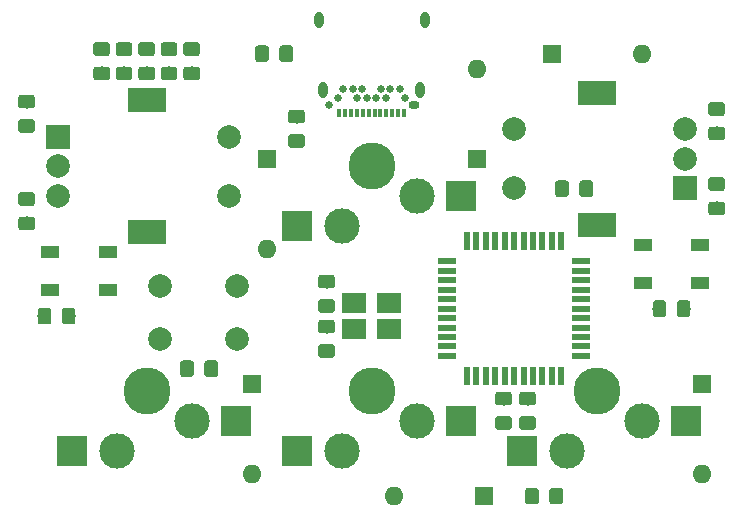
<source format=gbr>
G04 #@! TF.GenerationSoftware,KiCad,Pcbnew,5.1.2*
G04 #@! TF.CreationDate,2019-05-02T19:13:18+02:00*
G04 #@! TF.ProjectId,pcb,7063622e-6b69-4636-9164-5f7063625858,rev?*
G04 #@! TF.SameCoordinates,Original*
G04 #@! TF.FileFunction,Soldermask,Bot*
G04 #@! TF.FilePolarity,Negative*
%FSLAX46Y46*%
G04 Gerber Fmt 4.6, Leading zero omitted, Abs format (unit mm)*
G04 Created by KiCad (PCBNEW 5.1.2) date 2019-05-02 19:13:18*
%MOMM*%
%LPD*%
G04 APERTURE LIST*
%ADD10R,2.550000X2.500000*%
%ADD11C,3.987800*%
%ADD12C,3.000000*%
%ADD13C,0.100000*%
%ADD14C,1.150000*%
%ADD15R,2.100000X1.725000*%
%ADD16R,1.500000X0.550000*%
%ADD17R,0.550000X1.500000*%
%ADD18R,2.000000X2.000000*%
%ADD19C,2.000000*%
%ADD20R,3.200000X2.000000*%
%ADD21C,0.650000*%
%ADD22O,0.950000X0.650000*%
%ADD23O,0.800000X1.400000*%
%ADD24R,0.300000X0.700000*%
%ADD25R,1.500000X1.000000*%
%ADD26O,1.600000X1.600000*%
%ADD27R,1.600000X1.600000*%
G04 APERTURE END LIST*
D10*
X166310000Y-97790000D03*
D11*
X158750000Y-95250000D03*
D12*
X162560000Y-97790000D03*
X156210000Y-100330000D03*
D10*
X152460000Y-100330000D03*
D13*
G36*
X130014505Y-91256204D02*
G01*
X130038773Y-91259804D01*
X130062572Y-91265765D01*
X130085671Y-91274030D01*
X130107850Y-91284520D01*
X130128893Y-91297132D01*
X130148599Y-91311747D01*
X130166777Y-91328223D01*
X130183253Y-91346401D01*
X130197868Y-91366107D01*
X130210480Y-91387150D01*
X130220970Y-91409329D01*
X130229235Y-91432428D01*
X130235196Y-91456227D01*
X130238796Y-91480495D01*
X130240000Y-91504999D01*
X130240000Y-92155001D01*
X130238796Y-92179505D01*
X130235196Y-92203773D01*
X130229235Y-92227572D01*
X130220970Y-92250671D01*
X130210480Y-92272850D01*
X130197868Y-92293893D01*
X130183253Y-92313599D01*
X130166777Y-92331777D01*
X130148599Y-92348253D01*
X130128893Y-92362868D01*
X130107850Y-92375480D01*
X130085671Y-92385970D01*
X130062572Y-92394235D01*
X130038773Y-92400196D01*
X130014505Y-92403796D01*
X129990001Y-92405000D01*
X129089999Y-92405000D01*
X129065495Y-92403796D01*
X129041227Y-92400196D01*
X129017428Y-92394235D01*
X128994329Y-92385970D01*
X128972150Y-92375480D01*
X128951107Y-92362868D01*
X128931401Y-92348253D01*
X128913223Y-92331777D01*
X128896747Y-92313599D01*
X128882132Y-92293893D01*
X128869520Y-92272850D01*
X128859030Y-92250671D01*
X128850765Y-92227572D01*
X128844804Y-92203773D01*
X128841204Y-92179505D01*
X128840000Y-92155001D01*
X128840000Y-91504999D01*
X128841204Y-91480495D01*
X128844804Y-91456227D01*
X128850765Y-91432428D01*
X128859030Y-91409329D01*
X128869520Y-91387150D01*
X128882132Y-91366107D01*
X128896747Y-91346401D01*
X128913223Y-91328223D01*
X128931401Y-91311747D01*
X128951107Y-91297132D01*
X128972150Y-91284520D01*
X128994329Y-91274030D01*
X129017428Y-91265765D01*
X129041227Y-91259804D01*
X129065495Y-91256204D01*
X129089999Y-91255000D01*
X129990001Y-91255000D01*
X130014505Y-91256204D01*
X130014505Y-91256204D01*
G37*
D14*
X129540000Y-91830000D03*
D13*
G36*
X130014505Y-89206204D02*
G01*
X130038773Y-89209804D01*
X130062572Y-89215765D01*
X130085671Y-89224030D01*
X130107850Y-89234520D01*
X130128893Y-89247132D01*
X130148599Y-89261747D01*
X130166777Y-89278223D01*
X130183253Y-89296401D01*
X130197868Y-89316107D01*
X130210480Y-89337150D01*
X130220970Y-89359329D01*
X130229235Y-89382428D01*
X130235196Y-89406227D01*
X130238796Y-89430495D01*
X130240000Y-89454999D01*
X130240000Y-90105001D01*
X130238796Y-90129505D01*
X130235196Y-90153773D01*
X130229235Y-90177572D01*
X130220970Y-90200671D01*
X130210480Y-90222850D01*
X130197868Y-90243893D01*
X130183253Y-90263599D01*
X130166777Y-90281777D01*
X130148599Y-90298253D01*
X130128893Y-90312868D01*
X130107850Y-90325480D01*
X130085671Y-90335970D01*
X130062572Y-90344235D01*
X130038773Y-90350196D01*
X130014505Y-90353796D01*
X129990001Y-90355000D01*
X129089999Y-90355000D01*
X129065495Y-90353796D01*
X129041227Y-90350196D01*
X129017428Y-90344235D01*
X128994329Y-90335970D01*
X128972150Y-90325480D01*
X128951107Y-90312868D01*
X128931401Y-90298253D01*
X128913223Y-90281777D01*
X128896747Y-90263599D01*
X128882132Y-90243893D01*
X128869520Y-90222850D01*
X128859030Y-90200671D01*
X128850765Y-90177572D01*
X128844804Y-90153773D01*
X128841204Y-90129505D01*
X128840000Y-90105001D01*
X128840000Y-89454999D01*
X128841204Y-89430495D01*
X128844804Y-89406227D01*
X128850765Y-89382428D01*
X128859030Y-89359329D01*
X128869520Y-89337150D01*
X128882132Y-89316107D01*
X128896747Y-89296401D01*
X128913223Y-89278223D01*
X128931401Y-89261747D01*
X128951107Y-89247132D01*
X128972150Y-89234520D01*
X128994329Y-89224030D01*
X129017428Y-89215765D01*
X129041227Y-89209804D01*
X129065495Y-89206204D01*
X129089999Y-89205000D01*
X129990001Y-89205000D01*
X130014505Y-89206204D01*
X130014505Y-89206204D01*
G37*
D14*
X129540000Y-89780000D03*
D13*
G36*
X130014505Y-99511204D02*
G01*
X130038773Y-99514804D01*
X130062572Y-99520765D01*
X130085671Y-99529030D01*
X130107850Y-99539520D01*
X130128893Y-99552132D01*
X130148599Y-99566747D01*
X130166777Y-99583223D01*
X130183253Y-99601401D01*
X130197868Y-99621107D01*
X130210480Y-99642150D01*
X130220970Y-99664329D01*
X130229235Y-99687428D01*
X130235196Y-99711227D01*
X130238796Y-99735495D01*
X130240000Y-99759999D01*
X130240000Y-100410001D01*
X130238796Y-100434505D01*
X130235196Y-100458773D01*
X130229235Y-100482572D01*
X130220970Y-100505671D01*
X130210480Y-100527850D01*
X130197868Y-100548893D01*
X130183253Y-100568599D01*
X130166777Y-100586777D01*
X130148599Y-100603253D01*
X130128893Y-100617868D01*
X130107850Y-100630480D01*
X130085671Y-100640970D01*
X130062572Y-100649235D01*
X130038773Y-100655196D01*
X130014505Y-100658796D01*
X129990001Y-100660000D01*
X129089999Y-100660000D01*
X129065495Y-100658796D01*
X129041227Y-100655196D01*
X129017428Y-100649235D01*
X128994329Y-100640970D01*
X128972150Y-100630480D01*
X128951107Y-100617868D01*
X128931401Y-100603253D01*
X128913223Y-100586777D01*
X128896747Y-100568599D01*
X128882132Y-100548893D01*
X128869520Y-100527850D01*
X128859030Y-100505671D01*
X128850765Y-100482572D01*
X128844804Y-100458773D01*
X128841204Y-100434505D01*
X128840000Y-100410001D01*
X128840000Y-99759999D01*
X128841204Y-99735495D01*
X128844804Y-99711227D01*
X128850765Y-99687428D01*
X128859030Y-99664329D01*
X128869520Y-99642150D01*
X128882132Y-99621107D01*
X128896747Y-99601401D01*
X128913223Y-99583223D01*
X128931401Y-99566747D01*
X128951107Y-99552132D01*
X128972150Y-99539520D01*
X128994329Y-99529030D01*
X129017428Y-99520765D01*
X129041227Y-99514804D01*
X129065495Y-99511204D01*
X129089999Y-99510000D01*
X129990001Y-99510000D01*
X130014505Y-99511204D01*
X130014505Y-99511204D01*
G37*
D14*
X129540000Y-100085000D03*
D13*
G36*
X130014505Y-97461204D02*
G01*
X130038773Y-97464804D01*
X130062572Y-97470765D01*
X130085671Y-97479030D01*
X130107850Y-97489520D01*
X130128893Y-97502132D01*
X130148599Y-97516747D01*
X130166777Y-97533223D01*
X130183253Y-97551401D01*
X130197868Y-97571107D01*
X130210480Y-97592150D01*
X130220970Y-97614329D01*
X130229235Y-97637428D01*
X130235196Y-97661227D01*
X130238796Y-97685495D01*
X130240000Y-97709999D01*
X130240000Y-98360001D01*
X130238796Y-98384505D01*
X130235196Y-98408773D01*
X130229235Y-98432572D01*
X130220970Y-98455671D01*
X130210480Y-98477850D01*
X130197868Y-98498893D01*
X130183253Y-98518599D01*
X130166777Y-98536777D01*
X130148599Y-98553253D01*
X130128893Y-98567868D01*
X130107850Y-98580480D01*
X130085671Y-98590970D01*
X130062572Y-98599235D01*
X130038773Y-98605196D01*
X130014505Y-98608796D01*
X129990001Y-98610000D01*
X129089999Y-98610000D01*
X129065495Y-98608796D01*
X129041227Y-98605196D01*
X129017428Y-98599235D01*
X128994329Y-98590970D01*
X128972150Y-98580480D01*
X128951107Y-98567868D01*
X128931401Y-98553253D01*
X128913223Y-98536777D01*
X128896747Y-98518599D01*
X128882132Y-98498893D01*
X128869520Y-98477850D01*
X128859030Y-98455671D01*
X128850765Y-98432572D01*
X128844804Y-98408773D01*
X128841204Y-98384505D01*
X128840000Y-98360001D01*
X128840000Y-97709999D01*
X128841204Y-97685495D01*
X128844804Y-97661227D01*
X128850765Y-97637428D01*
X128859030Y-97614329D01*
X128869520Y-97592150D01*
X128882132Y-97571107D01*
X128896747Y-97551401D01*
X128913223Y-97533223D01*
X128931401Y-97516747D01*
X128951107Y-97502132D01*
X128972150Y-97489520D01*
X128994329Y-97479030D01*
X129017428Y-97470765D01*
X129041227Y-97464804D01*
X129065495Y-97461204D01*
X129089999Y-97460000D01*
X129990001Y-97460000D01*
X130014505Y-97461204D01*
X130014505Y-97461204D01*
G37*
D14*
X129540000Y-98035000D03*
D13*
G36*
X188434505Y-96191204D02*
G01*
X188458773Y-96194804D01*
X188482572Y-96200765D01*
X188505671Y-96209030D01*
X188527850Y-96219520D01*
X188548893Y-96232132D01*
X188568599Y-96246747D01*
X188586777Y-96263223D01*
X188603253Y-96281401D01*
X188617868Y-96301107D01*
X188630480Y-96322150D01*
X188640970Y-96344329D01*
X188649235Y-96367428D01*
X188655196Y-96391227D01*
X188658796Y-96415495D01*
X188660000Y-96439999D01*
X188660000Y-97090001D01*
X188658796Y-97114505D01*
X188655196Y-97138773D01*
X188649235Y-97162572D01*
X188640970Y-97185671D01*
X188630480Y-97207850D01*
X188617868Y-97228893D01*
X188603253Y-97248599D01*
X188586777Y-97266777D01*
X188568599Y-97283253D01*
X188548893Y-97297868D01*
X188527850Y-97310480D01*
X188505671Y-97320970D01*
X188482572Y-97329235D01*
X188458773Y-97335196D01*
X188434505Y-97338796D01*
X188410001Y-97340000D01*
X187509999Y-97340000D01*
X187485495Y-97338796D01*
X187461227Y-97335196D01*
X187437428Y-97329235D01*
X187414329Y-97320970D01*
X187392150Y-97310480D01*
X187371107Y-97297868D01*
X187351401Y-97283253D01*
X187333223Y-97266777D01*
X187316747Y-97248599D01*
X187302132Y-97228893D01*
X187289520Y-97207850D01*
X187279030Y-97185671D01*
X187270765Y-97162572D01*
X187264804Y-97138773D01*
X187261204Y-97114505D01*
X187260000Y-97090001D01*
X187260000Y-96439999D01*
X187261204Y-96415495D01*
X187264804Y-96391227D01*
X187270765Y-96367428D01*
X187279030Y-96344329D01*
X187289520Y-96322150D01*
X187302132Y-96301107D01*
X187316747Y-96281401D01*
X187333223Y-96263223D01*
X187351401Y-96246747D01*
X187371107Y-96232132D01*
X187392150Y-96219520D01*
X187414329Y-96209030D01*
X187437428Y-96200765D01*
X187461227Y-96194804D01*
X187485495Y-96191204D01*
X187509999Y-96190000D01*
X188410001Y-96190000D01*
X188434505Y-96191204D01*
X188434505Y-96191204D01*
G37*
D14*
X187960000Y-96765000D03*
D13*
G36*
X188434505Y-98241204D02*
G01*
X188458773Y-98244804D01*
X188482572Y-98250765D01*
X188505671Y-98259030D01*
X188527850Y-98269520D01*
X188548893Y-98282132D01*
X188568599Y-98296747D01*
X188586777Y-98313223D01*
X188603253Y-98331401D01*
X188617868Y-98351107D01*
X188630480Y-98372150D01*
X188640970Y-98394329D01*
X188649235Y-98417428D01*
X188655196Y-98441227D01*
X188658796Y-98465495D01*
X188660000Y-98489999D01*
X188660000Y-99140001D01*
X188658796Y-99164505D01*
X188655196Y-99188773D01*
X188649235Y-99212572D01*
X188640970Y-99235671D01*
X188630480Y-99257850D01*
X188617868Y-99278893D01*
X188603253Y-99298599D01*
X188586777Y-99316777D01*
X188568599Y-99333253D01*
X188548893Y-99347868D01*
X188527850Y-99360480D01*
X188505671Y-99370970D01*
X188482572Y-99379235D01*
X188458773Y-99385196D01*
X188434505Y-99388796D01*
X188410001Y-99390000D01*
X187509999Y-99390000D01*
X187485495Y-99388796D01*
X187461227Y-99385196D01*
X187437428Y-99379235D01*
X187414329Y-99370970D01*
X187392150Y-99360480D01*
X187371107Y-99347868D01*
X187351401Y-99333253D01*
X187333223Y-99316777D01*
X187316747Y-99298599D01*
X187302132Y-99278893D01*
X187289520Y-99257850D01*
X187279030Y-99235671D01*
X187270765Y-99212572D01*
X187264804Y-99188773D01*
X187261204Y-99164505D01*
X187260000Y-99140001D01*
X187260000Y-98489999D01*
X187261204Y-98465495D01*
X187264804Y-98441227D01*
X187270765Y-98417428D01*
X187279030Y-98394329D01*
X187289520Y-98372150D01*
X187302132Y-98351107D01*
X187316747Y-98331401D01*
X187333223Y-98313223D01*
X187351401Y-98296747D01*
X187371107Y-98282132D01*
X187392150Y-98269520D01*
X187414329Y-98259030D01*
X187437428Y-98250765D01*
X187461227Y-98244804D01*
X187485495Y-98241204D01*
X187509999Y-98240000D01*
X188410001Y-98240000D01*
X188434505Y-98241204D01*
X188434505Y-98241204D01*
G37*
D14*
X187960000Y-98815000D03*
D13*
G36*
X188434505Y-91891204D02*
G01*
X188458773Y-91894804D01*
X188482572Y-91900765D01*
X188505671Y-91909030D01*
X188527850Y-91919520D01*
X188548893Y-91932132D01*
X188568599Y-91946747D01*
X188586777Y-91963223D01*
X188603253Y-91981401D01*
X188617868Y-92001107D01*
X188630480Y-92022150D01*
X188640970Y-92044329D01*
X188649235Y-92067428D01*
X188655196Y-92091227D01*
X188658796Y-92115495D01*
X188660000Y-92139999D01*
X188660000Y-92790001D01*
X188658796Y-92814505D01*
X188655196Y-92838773D01*
X188649235Y-92862572D01*
X188640970Y-92885671D01*
X188630480Y-92907850D01*
X188617868Y-92928893D01*
X188603253Y-92948599D01*
X188586777Y-92966777D01*
X188568599Y-92983253D01*
X188548893Y-92997868D01*
X188527850Y-93010480D01*
X188505671Y-93020970D01*
X188482572Y-93029235D01*
X188458773Y-93035196D01*
X188434505Y-93038796D01*
X188410001Y-93040000D01*
X187509999Y-93040000D01*
X187485495Y-93038796D01*
X187461227Y-93035196D01*
X187437428Y-93029235D01*
X187414329Y-93020970D01*
X187392150Y-93010480D01*
X187371107Y-92997868D01*
X187351401Y-92983253D01*
X187333223Y-92966777D01*
X187316747Y-92948599D01*
X187302132Y-92928893D01*
X187289520Y-92907850D01*
X187279030Y-92885671D01*
X187270765Y-92862572D01*
X187264804Y-92838773D01*
X187261204Y-92814505D01*
X187260000Y-92790001D01*
X187260000Y-92139999D01*
X187261204Y-92115495D01*
X187264804Y-92091227D01*
X187270765Y-92067428D01*
X187279030Y-92044329D01*
X187289520Y-92022150D01*
X187302132Y-92001107D01*
X187316747Y-91981401D01*
X187333223Y-91963223D01*
X187351401Y-91946747D01*
X187371107Y-91932132D01*
X187392150Y-91919520D01*
X187414329Y-91909030D01*
X187437428Y-91900765D01*
X187461227Y-91894804D01*
X187485495Y-91891204D01*
X187509999Y-91890000D01*
X188410001Y-91890000D01*
X188434505Y-91891204D01*
X188434505Y-91891204D01*
G37*
D14*
X187960000Y-92465000D03*
D13*
G36*
X188434505Y-89841204D02*
G01*
X188458773Y-89844804D01*
X188482572Y-89850765D01*
X188505671Y-89859030D01*
X188527850Y-89869520D01*
X188548893Y-89882132D01*
X188568599Y-89896747D01*
X188586777Y-89913223D01*
X188603253Y-89931401D01*
X188617868Y-89951107D01*
X188630480Y-89972150D01*
X188640970Y-89994329D01*
X188649235Y-90017428D01*
X188655196Y-90041227D01*
X188658796Y-90065495D01*
X188660000Y-90089999D01*
X188660000Y-90740001D01*
X188658796Y-90764505D01*
X188655196Y-90788773D01*
X188649235Y-90812572D01*
X188640970Y-90835671D01*
X188630480Y-90857850D01*
X188617868Y-90878893D01*
X188603253Y-90898599D01*
X188586777Y-90916777D01*
X188568599Y-90933253D01*
X188548893Y-90947868D01*
X188527850Y-90960480D01*
X188505671Y-90970970D01*
X188482572Y-90979235D01*
X188458773Y-90985196D01*
X188434505Y-90988796D01*
X188410001Y-90990000D01*
X187509999Y-90990000D01*
X187485495Y-90988796D01*
X187461227Y-90985196D01*
X187437428Y-90979235D01*
X187414329Y-90970970D01*
X187392150Y-90960480D01*
X187371107Y-90947868D01*
X187351401Y-90933253D01*
X187333223Y-90916777D01*
X187316747Y-90898599D01*
X187302132Y-90878893D01*
X187289520Y-90857850D01*
X187279030Y-90835671D01*
X187270765Y-90812572D01*
X187264804Y-90788773D01*
X187261204Y-90764505D01*
X187260000Y-90740001D01*
X187260000Y-90089999D01*
X187261204Y-90065495D01*
X187264804Y-90041227D01*
X187270765Y-90017428D01*
X187279030Y-89994329D01*
X187289520Y-89972150D01*
X187302132Y-89951107D01*
X187316747Y-89931401D01*
X187333223Y-89913223D01*
X187351401Y-89896747D01*
X187371107Y-89882132D01*
X187392150Y-89869520D01*
X187414329Y-89859030D01*
X187437428Y-89850765D01*
X187461227Y-89844804D01*
X187485495Y-89841204D01*
X187509999Y-89840000D01*
X188410001Y-89840000D01*
X188434505Y-89841204D01*
X188434505Y-89841204D01*
G37*
D14*
X187960000Y-90415000D03*
D15*
X157300000Y-109037500D03*
X160200000Y-109037500D03*
X160200000Y-106862500D03*
X157300000Y-106862500D03*
D16*
X176515000Y-111315000D03*
X176515000Y-110515000D03*
X176515000Y-109715000D03*
X176515000Y-108915000D03*
X176515000Y-108115000D03*
X176515000Y-107315000D03*
X176515000Y-106515000D03*
X176515000Y-105715000D03*
X176515000Y-104915000D03*
X176515000Y-104115000D03*
X176515000Y-103315000D03*
D17*
X174815000Y-101615000D03*
X174015000Y-101615000D03*
X173215000Y-101615000D03*
X172415000Y-101615000D03*
X171615000Y-101615000D03*
X170815000Y-101615000D03*
X170015000Y-101615000D03*
X169215000Y-101615000D03*
X168415000Y-101615000D03*
X167615000Y-101615000D03*
X166815000Y-101615000D03*
D16*
X165115000Y-103315000D03*
X165115000Y-104115000D03*
X165115000Y-104915000D03*
X165115000Y-105715000D03*
X165115000Y-106515000D03*
X165115000Y-107315000D03*
X165115000Y-108115000D03*
X165115000Y-108915000D03*
X165115000Y-109715000D03*
X165115000Y-110515000D03*
X165115000Y-111315000D03*
D17*
X166815000Y-113015000D03*
X167615000Y-113015000D03*
X168415000Y-113015000D03*
X169215000Y-113015000D03*
X170015000Y-113015000D03*
X170815000Y-113015000D03*
X171615000Y-113015000D03*
X172415000Y-113015000D03*
X173215000Y-113015000D03*
X174015000Y-113015000D03*
X174815000Y-113015000D03*
D10*
X147260000Y-116840000D03*
D11*
X139700000Y-114300000D03*
D12*
X143510000Y-116840000D03*
X137160000Y-119380000D03*
D10*
X133410000Y-119380000D03*
X166310000Y-116840000D03*
D11*
X158750000Y-114300000D03*
D12*
X162560000Y-116840000D03*
X156210000Y-119380000D03*
D10*
X152460000Y-119380000D03*
X185360000Y-116840000D03*
D11*
X177800000Y-114300000D03*
D12*
X181610000Y-116840000D03*
X175260000Y-119380000D03*
D10*
X171510000Y-119380000D03*
D18*
X132200000Y-92750000D03*
D19*
X132200000Y-95250000D03*
X132200000Y-97750000D03*
D20*
X139700000Y-89650000D03*
X139700000Y-100850000D03*
D19*
X146700000Y-92750000D03*
X146700000Y-97750000D03*
D18*
X185300000Y-97115000D03*
D19*
X185300000Y-94615000D03*
X185300000Y-92115000D03*
D20*
X177800000Y-100215000D03*
X177800000Y-89015000D03*
D19*
X170800000Y-97115000D03*
X170800000Y-92115000D03*
X140820000Y-105410000D03*
X140820000Y-109910000D03*
X147320000Y-105410000D03*
X147320000Y-109910000D03*
D13*
G36*
X175219505Y-96456204D02*
G01*
X175243773Y-96459804D01*
X175267572Y-96465765D01*
X175290671Y-96474030D01*
X175312850Y-96484520D01*
X175333893Y-96497132D01*
X175353599Y-96511747D01*
X175371777Y-96528223D01*
X175388253Y-96546401D01*
X175402868Y-96566107D01*
X175415480Y-96587150D01*
X175425970Y-96609329D01*
X175434235Y-96632428D01*
X175440196Y-96656227D01*
X175443796Y-96680495D01*
X175445000Y-96704999D01*
X175445000Y-97605001D01*
X175443796Y-97629505D01*
X175440196Y-97653773D01*
X175434235Y-97677572D01*
X175425970Y-97700671D01*
X175415480Y-97722850D01*
X175402868Y-97743893D01*
X175388253Y-97763599D01*
X175371777Y-97781777D01*
X175353599Y-97798253D01*
X175333893Y-97812868D01*
X175312850Y-97825480D01*
X175290671Y-97835970D01*
X175267572Y-97844235D01*
X175243773Y-97850196D01*
X175219505Y-97853796D01*
X175195001Y-97855000D01*
X174544999Y-97855000D01*
X174520495Y-97853796D01*
X174496227Y-97850196D01*
X174472428Y-97844235D01*
X174449329Y-97835970D01*
X174427150Y-97825480D01*
X174406107Y-97812868D01*
X174386401Y-97798253D01*
X174368223Y-97781777D01*
X174351747Y-97763599D01*
X174337132Y-97743893D01*
X174324520Y-97722850D01*
X174314030Y-97700671D01*
X174305765Y-97677572D01*
X174299804Y-97653773D01*
X174296204Y-97629505D01*
X174295000Y-97605001D01*
X174295000Y-96704999D01*
X174296204Y-96680495D01*
X174299804Y-96656227D01*
X174305765Y-96632428D01*
X174314030Y-96609329D01*
X174324520Y-96587150D01*
X174337132Y-96566107D01*
X174351747Y-96546401D01*
X174368223Y-96528223D01*
X174386401Y-96511747D01*
X174406107Y-96497132D01*
X174427150Y-96484520D01*
X174449329Y-96474030D01*
X174472428Y-96465765D01*
X174496227Y-96459804D01*
X174520495Y-96456204D01*
X174544999Y-96455000D01*
X175195001Y-96455000D01*
X175219505Y-96456204D01*
X175219505Y-96456204D01*
G37*
D14*
X174870000Y-97155000D03*
D13*
G36*
X177269505Y-96456204D02*
G01*
X177293773Y-96459804D01*
X177317572Y-96465765D01*
X177340671Y-96474030D01*
X177362850Y-96484520D01*
X177383893Y-96497132D01*
X177403599Y-96511747D01*
X177421777Y-96528223D01*
X177438253Y-96546401D01*
X177452868Y-96566107D01*
X177465480Y-96587150D01*
X177475970Y-96609329D01*
X177484235Y-96632428D01*
X177490196Y-96656227D01*
X177493796Y-96680495D01*
X177495000Y-96704999D01*
X177495000Y-97605001D01*
X177493796Y-97629505D01*
X177490196Y-97653773D01*
X177484235Y-97677572D01*
X177475970Y-97700671D01*
X177465480Y-97722850D01*
X177452868Y-97743893D01*
X177438253Y-97763599D01*
X177421777Y-97781777D01*
X177403599Y-97798253D01*
X177383893Y-97812868D01*
X177362850Y-97825480D01*
X177340671Y-97835970D01*
X177317572Y-97844235D01*
X177293773Y-97850196D01*
X177269505Y-97853796D01*
X177245001Y-97855000D01*
X176594999Y-97855000D01*
X176570495Y-97853796D01*
X176546227Y-97850196D01*
X176522428Y-97844235D01*
X176499329Y-97835970D01*
X176477150Y-97825480D01*
X176456107Y-97812868D01*
X176436401Y-97798253D01*
X176418223Y-97781777D01*
X176401747Y-97763599D01*
X176387132Y-97743893D01*
X176374520Y-97722850D01*
X176364030Y-97700671D01*
X176355765Y-97677572D01*
X176349804Y-97653773D01*
X176346204Y-97629505D01*
X176345000Y-97605001D01*
X176345000Y-96704999D01*
X176346204Y-96680495D01*
X176349804Y-96656227D01*
X176355765Y-96632428D01*
X176364030Y-96609329D01*
X176374520Y-96587150D01*
X176387132Y-96566107D01*
X176401747Y-96546401D01*
X176418223Y-96528223D01*
X176436401Y-96511747D01*
X176456107Y-96497132D01*
X176477150Y-96484520D01*
X176499329Y-96474030D01*
X176522428Y-96465765D01*
X176546227Y-96459804D01*
X176570495Y-96456204D01*
X176594999Y-96455000D01*
X177245001Y-96455000D01*
X177269505Y-96456204D01*
X177269505Y-96456204D01*
G37*
D14*
X176920000Y-97155000D03*
D13*
G36*
X172679505Y-122491204D02*
G01*
X172703773Y-122494804D01*
X172727572Y-122500765D01*
X172750671Y-122509030D01*
X172772850Y-122519520D01*
X172793893Y-122532132D01*
X172813599Y-122546747D01*
X172831777Y-122563223D01*
X172848253Y-122581401D01*
X172862868Y-122601107D01*
X172875480Y-122622150D01*
X172885970Y-122644329D01*
X172894235Y-122667428D01*
X172900196Y-122691227D01*
X172903796Y-122715495D01*
X172905000Y-122739999D01*
X172905000Y-123640001D01*
X172903796Y-123664505D01*
X172900196Y-123688773D01*
X172894235Y-123712572D01*
X172885970Y-123735671D01*
X172875480Y-123757850D01*
X172862868Y-123778893D01*
X172848253Y-123798599D01*
X172831777Y-123816777D01*
X172813599Y-123833253D01*
X172793893Y-123847868D01*
X172772850Y-123860480D01*
X172750671Y-123870970D01*
X172727572Y-123879235D01*
X172703773Y-123885196D01*
X172679505Y-123888796D01*
X172655001Y-123890000D01*
X172004999Y-123890000D01*
X171980495Y-123888796D01*
X171956227Y-123885196D01*
X171932428Y-123879235D01*
X171909329Y-123870970D01*
X171887150Y-123860480D01*
X171866107Y-123847868D01*
X171846401Y-123833253D01*
X171828223Y-123816777D01*
X171811747Y-123798599D01*
X171797132Y-123778893D01*
X171784520Y-123757850D01*
X171774030Y-123735671D01*
X171765765Y-123712572D01*
X171759804Y-123688773D01*
X171756204Y-123664505D01*
X171755000Y-123640001D01*
X171755000Y-122739999D01*
X171756204Y-122715495D01*
X171759804Y-122691227D01*
X171765765Y-122667428D01*
X171774030Y-122644329D01*
X171784520Y-122622150D01*
X171797132Y-122601107D01*
X171811747Y-122581401D01*
X171828223Y-122563223D01*
X171846401Y-122546747D01*
X171866107Y-122532132D01*
X171887150Y-122519520D01*
X171909329Y-122509030D01*
X171932428Y-122500765D01*
X171956227Y-122494804D01*
X171980495Y-122491204D01*
X172004999Y-122490000D01*
X172655001Y-122490000D01*
X172679505Y-122491204D01*
X172679505Y-122491204D01*
G37*
D14*
X172330000Y-123190000D03*
D13*
G36*
X174729505Y-122491204D02*
G01*
X174753773Y-122494804D01*
X174777572Y-122500765D01*
X174800671Y-122509030D01*
X174822850Y-122519520D01*
X174843893Y-122532132D01*
X174863599Y-122546747D01*
X174881777Y-122563223D01*
X174898253Y-122581401D01*
X174912868Y-122601107D01*
X174925480Y-122622150D01*
X174935970Y-122644329D01*
X174944235Y-122667428D01*
X174950196Y-122691227D01*
X174953796Y-122715495D01*
X174955000Y-122739999D01*
X174955000Y-123640001D01*
X174953796Y-123664505D01*
X174950196Y-123688773D01*
X174944235Y-123712572D01*
X174935970Y-123735671D01*
X174925480Y-123757850D01*
X174912868Y-123778893D01*
X174898253Y-123798599D01*
X174881777Y-123816777D01*
X174863599Y-123833253D01*
X174843893Y-123847868D01*
X174822850Y-123860480D01*
X174800671Y-123870970D01*
X174777572Y-123879235D01*
X174753773Y-123885196D01*
X174729505Y-123888796D01*
X174705001Y-123890000D01*
X174054999Y-123890000D01*
X174030495Y-123888796D01*
X174006227Y-123885196D01*
X173982428Y-123879235D01*
X173959329Y-123870970D01*
X173937150Y-123860480D01*
X173916107Y-123847868D01*
X173896401Y-123833253D01*
X173878223Y-123816777D01*
X173861747Y-123798599D01*
X173847132Y-123778893D01*
X173834520Y-123757850D01*
X173824030Y-123735671D01*
X173815765Y-123712572D01*
X173809804Y-123688773D01*
X173806204Y-123664505D01*
X173805000Y-123640001D01*
X173805000Y-122739999D01*
X173806204Y-122715495D01*
X173809804Y-122691227D01*
X173815765Y-122667428D01*
X173824030Y-122644329D01*
X173834520Y-122622150D01*
X173847132Y-122601107D01*
X173861747Y-122581401D01*
X173878223Y-122563223D01*
X173896401Y-122546747D01*
X173916107Y-122532132D01*
X173937150Y-122519520D01*
X173959329Y-122509030D01*
X173982428Y-122500765D01*
X174006227Y-122494804D01*
X174030495Y-122491204D01*
X174054999Y-122490000D01*
X174705001Y-122490000D01*
X174729505Y-122491204D01*
X174729505Y-122491204D01*
G37*
D14*
X174380000Y-123190000D03*
D13*
G36*
X172432505Y-116402204D02*
G01*
X172456773Y-116405804D01*
X172480572Y-116411765D01*
X172503671Y-116420030D01*
X172525850Y-116430520D01*
X172546893Y-116443132D01*
X172566599Y-116457747D01*
X172584777Y-116474223D01*
X172601253Y-116492401D01*
X172615868Y-116512107D01*
X172628480Y-116533150D01*
X172638970Y-116555329D01*
X172647235Y-116578428D01*
X172653196Y-116602227D01*
X172656796Y-116626495D01*
X172658000Y-116650999D01*
X172658000Y-117301001D01*
X172656796Y-117325505D01*
X172653196Y-117349773D01*
X172647235Y-117373572D01*
X172638970Y-117396671D01*
X172628480Y-117418850D01*
X172615868Y-117439893D01*
X172601253Y-117459599D01*
X172584777Y-117477777D01*
X172566599Y-117494253D01*
X172546893Y-117508868D01*
X172525850Y-117521480D01*
X172503671Y-117531970D01*
X172480572Y-117540235D01*
X172456773Y-117546196D01*
X172432505Y-117549796D01*
X172408001Y-117551000D01*
X171507999Y-117551000D01*
X171483495Y-117549796D01*
X171459227Y-117546196D01*
X171435428Y-117540235D01*
X171412329Y-117531970D01*
X171390150Y-117521480D01*
X171369107Y-117508868D01*
X171349401Y-117494253D01*
X171331223Y-117477777D01*
X171314747Y-117459599D01*
X171300132Y-117439893D01*
X171287520Y-117418850D01*
X171277030Y-117396671D01*
X171268765Y-117373572D01*
X171262804Y-117349773D01*
X171259204Y-117325505D01*
X171258000Y-117301001D01*
X171258000Y-116650999D01*
X171259204Y-116626495D01*
X171262804Y-116602227D01*
X171268765Y-116578428D01*
X171277030Y-116555329D01*
X171287520Y-116533150D01*
X171300132Y-116512107D01*
X171314747Y-116492401D01*
X171331223Y-116474223D01*
X171349401Y-116457747D01*
X171369107Y-116443132D01*
X171390150Y-116430520D01*
X171412329Y-116420030D01*
X171435428Y-116411765D01*
X171459227Y-116405804D01*
X171483495Y-116402204D01*
X171507999Y-116401000D01*
X172408001Y-116401000D01*
X172432505Y-116402204D01*
X172432505Y-116402204D01*
G37*
D14*
X171958000Y-116976000D03*
D13*
G36*
X172432505Y-114352204D02*
G01*
X172456773Y-114355804D01*
X172480572Y-114361765D01*
X172503671Y-114370030D01*
X172525850Y-114380520D01*
X172546893Y-114393132D01*
X172566599Y-114407747D01*
X172584777Y-114424223D01*
X172601253Y-114442401D01*
X172615868Y-114462107D01*
X172628480Y-114483150D01*
X172638970Y-114505329D01*
X172647235Y-114528428D01*
X172653196Y-114552227D01*
X172656796Y-114576495D01*
X172658000Y-114600999D01*
X172658000Y-115251001D01*
X172656796Y-115275505D01*
X172653196Y-115299773D01*
X172647235Y-115323572D01*
X172638970Y-115346671D01*
X172628480Y-115368850D01*
X172615868Y-115389893D01*
X172601253Y-115409599D01*
X172584777Y-115427777D01*
X172566599Y-115444253D01*
X172546893Y-115458868D01*
X172525850Y-115471480D01*
X172503671Y-115481970D01*
X172480572Y-115490235D01*
X172456773Y-115496196D01*
X172432505Y-115499796D01*
X172408001Y-115501000D01*
X171507999Y-115501000D01*
X171483495Y-115499796D01*
X171459227Y-115496196D01*
X171435428Y-115490235D01*
X171412329Y-115481970D01*
X171390150Y-115471480D01*
X171369107Y-115458868D01*
X171349401Y-115444253D01*
X171331223Y-115427777D01*
X171314747Y-115409599D01*
X171300132Y-115389893D01*
X171287520Y-115368850D01*
X171277030Y-115346671D01*
X171268765Y-115323572D01*
X171262804Y-115299773D01*
X171259204Y-115275505D01*
X171258000Y-115251001D01*
X171258000Y-114600999D01*
X171259204Y-114576495D01*
X171262804Y-114552227D01*
X171268765Y-114528428D01*
X171277030Y-114505329D01*
X171287520Y-114483150D01*
X171300132Y-114462107D01*
X171314747Y-114442401D01*
X171331223Y-114424223D01*
X171349401Y-114407747D01*
X171369107Y-114393132D01*
X171390150Y-114380520D01*
X171412329Y-114370030D01*
X171435428Y-114361765D01*
X171459227Y-114355804D01*
X171483495Y-114352204D01*
X171507999Y-114351000D01*
X172408001Y-114351000D01*
X172432505Y-114352204D01*
X172432505Y-114352204D01*
G37*
D14*
X171958000Y-114926000D03*
D13*
G36*
X152874505Y-92526204D02*
G01*
X152898773Y-92529804D01*
X152922572Y-92535765D01*
X152945671Y-92544030D01*
X152967850Y-92554520D01*
X152988893Y-92567132D01*
X153008599Y-92581747D01*
X153026777Y-92598223D01*
X153043253Y-92616401D01*
X153057868Y-92636107D01*
X153070480Y-92657150D01*
X153080970Y-92679329D01*
X153089235Y-92702428D01*
X153095196Y-92726227D01*
X153098796Y-92750495D01*
X153100000Y-92774999D01*
X153100000Y-93425001D01*
X153098796Y-93449505D01*
X153095196Y-93473773D01*
X153089235Y-93497572D01*
X153080970Y-93520671D01*
X153070480Y-93542850D01*
X153057868Y-93563893D01*
X153043253Y-93583599D01*
X153026777Y-93601777D01*
X153008599Y-93618253D01*
X152988893Y-93632868D01*
X152967850Y-93645480D01*
X152945671Y-93655970D01*
X152922572Y-93664235D01*
X152898773Y-93670196D01*
X152874505Y-93673796D01*
X152850001Y-93675000D01*
X151949999Y-93675000D01*
X151925495Y-93673796D01*
X151901227Y-93670196D01*
X151877428Y-93664235D01*
X151854329Y-93655970D01*
X151832150Y-93645480D01*
X151811107Y-93632868D01*
X151791401Y-93618253D01*
X151773223Y-93601777D01*
X151756747Y-93583599D01*
X151742132Y-93563893D01*
X151729520Y-93542850D01*
X151719030Y-93520671D01*
X151710765Y-93497572D01*
X151704804Y-93473773D01*
X151701204Y-93449505D01*
X151700000Y-93425001D01*
X151700000Y-92774999D01*
X151701204Y-92750495D01*
X151704804Y-92726227D01*
X151710765Y-92702428D01*
X151719030Y-92679329D01*
X151729520Y-92657150D01*
X151742132Y-92636107D01*
X151756747Y-92616401D01*
X151773223Y-92598223D01*
X151791401Y-92581747D01*
X151811107Y-92567132D01*
X151832150Y-92554520D01*
X151854329Y-92544030D01*
X151877428Y-92535765D01*
X151901227Y-92529804D01*
X151925495Y-92526204D01*
X151949999Y-92525000D01*
X152850001Y-92525000D01*
X152874505Y-92526204D01*
X152874505Y-92526204D01*
G37*
D14*
X152400000Y-93100000D03*
D13*
G36*
X152874505Y-90476204D02*
G01*
X152898773Y-90479804D01*
X152922572Y-90485765D01*
X152945671Y-90494030D01*
X152967850Y-90504520D01*
X152988893Y-90517132D01*
X153008599Y-90531747D01*
X153026777Y-90548223D01*
X153043253Y-90566401D01*
X153057868Y-90586107D01*
X153070480Y-90607150D01*
X153080970Y-90629329D01*
X153089235Y-90652428D01*
X153095196Y-90676227D01*
X153098796Y-90700495D01*
X153100000Y-90724999D01*
X153100000Y-91375001D01*
X153098796Y-91399505D01*
X153095196Y-91423773D01*
X153089235Y-91447572D01*
X153080970Y-91470671D01*
X153070480Y-91492850D01*
X153057868Y-91513893D01*
X153043253Y-91533599D01*
X153026777Y-91551777D01*
X153008599Y-91568253D01*
X152988893Y-91582868D01*
X152967850Y-91595480D01*
X152945671Y-91605970D01*
X152922572Y-91614235D01*
X152898773Y-91620196D01*
X152874505Y-91623796D01*
X152850001Y-91625000D01*
X151949999Y-91625000D01*
X151925495Y-91623796D01*
X151901227Y-91620196D01*
X151877428Y-91614235D01*
X151854329Y-91605970D01*
X151832150Y-91595480D01*
X151811107Y-91582868D01*
X151791401Y-91568253D01*
X151773223Y-91551777D01*
X151756747Y-91533599D01*
X151742132Y-91513893D01*
X151729520Y-91492850D01*
X151719030Y-91470671D01*
X151710765Y-91447572D01*
X151704804Y-91423773D01*
X151701204Y-91399505D01*
X151700000Y-91375001D01*
X151700000Y-90724999D01*
X151701204Y-90700495D01*
X151704804Y-90676227D01*
X151710765Y-90652428D01*
X151719030Y-90629329D01*
X151729520Y-90607150D01*
X151742132Y-90586107D01*
X151756747Y-90566401D01*
X151773223Y-90548223D01*
X151791401Y-90531747D01*
X151811107Y-90517132D01*
X151832150Y-90504520D01*
X151854329Y-90494030D01*
X151877428Y-90485765D01*
X151901227Y-90479804D01*
X151925495Y-90476204D01*
X151949999Y-90475000D01*
X152850001Y-90475000D01*
X152874505Y-90476204D01*
X152874505Y-90476204D01*
G37*
D14*
X152400000Y-91050000D03*
D13*
G36*
X143469505Y-111696204D02*
G01*
X143493773Y-111699804D01*
X143517572Y-111705765D01*
X143540671Y-111714030D01*
X143562850Y-111724520D01*
X143583893Y-111737132D01*
X143603599Y-111751747D01*
X143621777Y-111768223D01*
X143638253Y-111786401D01*
X143652868Y-111806107D01*
X143665480Y-111827150D01*
X143675970Y-111849329D01*
X143684235Y-111872428D01*
X143690196Y-111896227D01*
X143693796Y-111920495D01*
X143695000Y-111944999D01*
X143695000Y-112845001D01*
X143693796Y-112869505D01*
X143690196Y-112893773D01*
X143684235Y-112917572D01*
X143675970Y-112940671D01*
X143665480Y-112962850D01*
X143652868Y-112983893D01*
X143638253Y-113003599D01*
X143621777Y-113021777D01*
X143603599Y-113038253D01*
X143583893Y-113052868D01*
X143562850Y-113065480D01*
X143540671Y-113075970D01*
X143517572Y-113084235D01*
X143493773Y-113090196D01*
X143469505Y-113093796D01*
X143445001Y-113095000D01*
X142794999Y-113095000D01*
X142770495Y-113093796D01*
X142746227Y-113090196D01*
X142722428Y-113084235D01*
X142699329Y-113075970D01*
X142677150Y-113065480D01*
X142656107Y-113052868D01*
X142636401Y-113038253D01*
X142618223Y-113021777D01*
X142601747Y-113003599D01*
X142587132Y-112983893D01*
X142574520Y-112962850D01*
X142564030Y-112940671D01*
X142555765Y-112917572D01*
X142549804Y-112893773D01*
X142546204Y-112869505D01*
X142545000Y-112845001D01*
X142545000Y-111944999D01*
X142546204Y-111920495D01*
X142549804Y-111896227D01*
X142555765Y-111872428D01*
X142564030Y-111849329D01*
X142574520Y-111827150D01*
X142587132Y-111806107D01*
X142601747Y-111786401D01*
X142618223Y-111768223D01*
X142636401Y-111751747D01*
X142656107Y-111737132D01*
X142677150Y-111724520D01*
X142699329Y-111714030D01*
X142722428Y-111705765D01*
X142746227Y-111699804D01*
X142770495Y-111696204D01*
X142794999Y-111695000D01*
X143445001Y-111695000D01*
X143469505Y-111696204D01*
X143469505Y-111696204D01*
G37*
D14*
X143120000Y-112395000D03*
D13*
G36*
X145519505Y-111696204D02*
G01*
X145543773Y-111699804D01*
X145567572Y-111705765D01*
X145590671Y-111714030D01*
X145612850Y-111724520D01*
X145633893Y-111737132D01*
X145653599Y-111751747D01*
X145671777Y-111768223D01*
X145688253Y-111786401D01*
X145702868Y-111806107D01*
X145715480Y-111827150D01*
X145725970Y-111849329D01*
X145734235Y-111872428D01*
X145740196Y-111896227D01*
X145743796Y-111920495D01*
X145745000Y-111944999D01*
X145745000Y-112845001D01*
X145743796Y-112869505D01*
X145740196Y-112893773D01*
X145734235Y-112917572D01*
X145725970Y-112940671D01*
X145715480Y-112962850D01*
X145702868Y-112983893D01*
X145688253Y-113003599D01*
X145671777Y-113021777D01*
X145653599Y-113038253D01*
X145633893Y-113052868D01*
X145612850Y-113065480D01*
X145590671Y-113075970D01*
X145567572Y-113084235D01*
X145543773Y-113090196D01*
X145519505Y-113093796D01*
X145495001Y-113095000D01*
X144844999Y-113095000D01*
X144820495Y-113093796D01*
X144796227Y-113090196D01*
X144772428Y-113084235D01*
X144749329Y-113075970D01*
X144727150Y-113065480D01*
X144706107Y-113052868D01*
X144686401Y-113038253D01*
X144668223Y-113021777D01*
X144651747Y-113003599D01*
X144637132Y-112983893D01*
X144624520Y-112962850D01*
X144614030Y-112940671D01*
X144605765Y-112917572D01*
X144599804Y-112893773D01*
X144596204Y-112869505D01*
X144595000Y-112845001D01*
X144595000Y-111944999D01*
X144596204Y-111920495D01*
X144599804Y-111896227D01*
X144605765Y-111872428D01*
X144614030Y-111849329D01*
X144624520Y-111827150D01*
X144637132Y-111806107D01*
X144651747Y-111786401D01*
X144668223Y-111768223D01*
X144686401Y-111751747D01*
X144706107Y-111737132D01*
X144727150Y-111724520D01*
X144749329Y-111714030D01*
X144772428Y-111705765D01*
X144796227Y-111699804D01*
X144820495Y-111696204D01*
X144844999Y-111695000D01*
X145495001Y-111695000D01*
X145519505Y-111696204D01*
X145519505Y-111696204D01*
G37*
D14*
X145170000Y-112395000D03*
D21*
X156350000Y-88735000D03*
X157150000Y-88735000D03*
X157950000Y-88735000D03*
X159550000Y-88735000D03*
X160350000Y-88735000D03*
X161150000Y-88735000D03*
X155950000Y-89435000D03*
X157550000Y-89435000D03*
X158350000Y-89435000D03*
X159150000Y-89435000D03*
X159950000Y-89435000D03*
X161550000Y-89435000D03*
X155150000Y-90085000D03*
D22*
X162350000Y-90085000D03*
D23*
X154260000Y-82885000D03*
X163240000Y-82885000D03*
X162880000Y-88835000D03*
D24*
X161000000Y-90745000D03*
X159500000Y-90745000D03*
X160000000Y-90745000D03*
X160500000Y-90745000D03*
X161500000Y-90745000D03*
X159000000Y-90745000D03*
X158500000Y-90745000D03*
X158000000Y-90745000D03*
X157500000Y-90745000D03*
X157000000Y-90745000D03*
X156500000Y-90745000D03*
X156000000Y-90745000D03*
D23*
X154620000Y-88835000D03*
D13*
G36*
X151869505Y-85026204D02*
G01*
X151893773Y-85029804D01*
X151917572Y-85035765D01*
X151940671Y-85044030D01*
X151962850Y-85054520D01*
X151983893Y-85067132D01*
X152003599Y-85081747D01*
X152021777Y-85098223D01*
X152038253Y-85116401D01*
X152052868Y-85136107D01*
X152065480Y-85157150D01*
X152075970Y-85179329D01*
X152084235Y-85202428D01*
X152090196Y-85226227D01*
X152093796Y-85250495D01*
X152095000Y-85274999D01*
X152095000Y-86175001D01*
X152093796Y-86199505D01*
X152090196Y-86223773D01*
X152084235Y-86247572D01*
X152075970Y-86270671D01*
X152065480Y-86292850D01*
X152052868Y-86313893D01*
X152038253Y-86333599D01*
X152021777Y-86351777D01*
X152003599Y-86368253D01*
X151983893Y-86382868D01*
X151962850Y-86395480D01*
X151940671Y-86405970D01*
X151917572Y-86414235D01*
X151893773Y-86420196D01*
X151869505Y-86423796D01*
X151845001Y-86425000D01*
X151194999Y-86425000D01*
X151170495Y-86423796D01*
X151146227Y-86420196D01*
X151122428Y-86414235D01*
X151099329Y-86405970D01*
X151077150Y-86395480D01*
X151056107Y-86382868D01*
X151036401Y-86368253D01*
X151018223Y-86351777D01*
X151001747Y-86333599D01*
X150987132Y-86313893D01*
X150974520Y-86292850D01*
X150964030Y-86270671D01*
X150955765Y-86247572D01*
X150949804Y-86223773D01*
X150946204Y-86199505D01*
X150945000Y-86175001D01*
X150945000Y-85274999D01*
X150946204Y-85250495D01*
X150949804Y-85226227D01*
X150955765Y-85202428D01*
X150964030Y-85179329D01*
X150974520Y-85157150D01*
X150987132Y-85136107D01*
X151001747Y-85116401D01*
X151018223Y-85098223D01*
X151036401Y-85081747D01*
X151056107Y-85067132D01*
X151077150Y-85054520D01*
X151099329Y-85044030D01*
X151122428Y-85035765D01*
X151146227Y-85029804D01*
X151170495Y-85026204D01*
X151194999Y-85025000D01*
X151845001Y-85025000D01*
X151869505Y-85026204D01*
X151869505Y-85026204D01*
G37*
D14*
X151520000Y-85725000D03*
D13*
G36*
X149819505Y-85026204D02*
G01*
X149843773Y-85029804D01*
X149867572Y-85035765D01*
X149890671Y-85044030D01*
X149912850Y-85054520D01*
X149933893Y-85067132D01*
X149953599Y-85081747D01*
X149971777Y-85098223D01*
X149988253Y-85116401D01*
X150002868Y-85136107D01*
X150015480Y-85157150D01*
X150025970Y-85179329D01*
X150034235Y-85202428D01*
X150040196Y-85226227D01*
X150043796Y-85250495D01*
X150045000Y-85274999D01*
X150045000Y-86175001D01*
X150043796Y-86199505D01*
X150040196Y-86223773D01*
X150034235Y-86247572D01*
X150025970Y-86270671D01*
X150015480Y-86292850D01*
X150002868Y-86313893D01*
X149988253Y-86333599D01*
X149971777Y-86351777D01*
X149953599Y-86368253D01*
X149933893Y-86382868D01*
X149912850Y-86395480D01*
X149890671Y-86405970D01*
X149867572Y-86414235D01*
X149843773Y-86420196D01*
X149819505Y-86423796D01*
X149795001Y-86425000D01*
X149144999Y-86425000D01*
X149120495Y-86423796D01*
X149096227Y-86420196D01*
X149072428Y-86414235D01*
X149049329Y-86405970D01*
X149027150Y-86395480D01*
X149006107Y-86382868D01*
X148986401Y-86368253D01*
X148968223Y-86351777D01*
X148951747Y-86333599D01*
X148937132Y-86313893D01*
X148924520Y-86292850D01*
X148914030Y-86270671D01*
X148905765Y-86247572D01*
X148899804Y-86223773D01*
X148896204Y-86199505D01*
X148895000Y-86175001D01*
X148895000Y-85274999D01*
X148896204Y-85250495D01*
X148899804Y-85226227D01*
X148905765Y-85202428D01*
X148914030Y-85179329D01*
X148924520Y-85157150D01*
X148937132Y-85136107D01*
X148951747Y-85116401D01*
X148968223Y-85098223D01*
X148986401Y-85081747D01*
X149006107Y-85067132D01*
X149027150Y-85054520D01*
X149049329Y-85044030D01*
X149072428Y-85035765D01*
X149096227Y-85029804D01*
X149120495Y-85026204D01*
X149144999Y-85025000D01*
X149795001Y-85025000D01*
X149819505Y-85026204D01*
X149819505Y-85026204D01*
G37*
D14*
X149470000Y-85725000D03*
D25*
X131535000Y-105740000D03*
X131535000Y-102540000D03*
X136435000Y-105740000D03*
X136435000Y-102540000D03*
X186600000Y-101905000D03*
X186600000Y-105105000D03*
X181700000Y-101905000D03*
X181700000Y-105105000D03*
D26*
X148590000Y-121285000D03*
D27*
X148590000Y-113665000D03*
D26*
X160655000Y-123190000D03*
D27*
X168275000Y-123190000D03*
D26*
X186690000Y-121285000D03*
D27*
X186690000Y-113665000D03*
D26*
X149860000Y-102235000D03*
D27*
X149860000Y-94615000D03*
D26*
X167640000Y-86995000D03*
D27*
X167640000Y-94615000D03*
D26*
X181610000Y-85725000D03*
D27*
X173990000Y-85725000D03*
D13*
G36*
X133454505Y-107251204D02*
G01*
X133478773Y-107254804D01*
X133502572Y-107260765D01*
X133525671Y-107269030D01*
X133547850Y-107279520D01*
X133568893Y-107292132D01*
X133588599Y-107306747D01*
X133606777Y-107323223D01*
X133623253Y-107341401D01*
X133637868Y-107361107D01*
X133650480Y-107382150D01*
X133660970Y-107404329D01*
X133669235Y-107427428D01*
X133675196Y-107451227D01*
X133678796Y-107475495D01*
X133680000Y-107499999D01*
X133680000Y-108400001D01*
X133678796Y-108424505D01*
X133675196Y-108448773D01*
X133669235Y-108472572D01*
X133660970Y-108495671D01*
X133650480Y-108517850D01*
X133637868Y-108538893D01*
X133623253Y-108558599D01*
X133606777Y-108576777D01*
X133588599Y-108593253D01*
X133568893Y-108607868D01*
X133547850Y-108620480D01*
X133525671Y-108630970D01*
X133502572Y-108639235D01*
X133478773Y-108645196D01*
X133454505Y-108648796D01*
X133430001Y-108650000D01*
X132779999Y-108650000D01*
X132755495Y-108648796D01*
X132731227Y-108645196D01*
X132707428Y-108639235D01*
X132684329Y-108630970D01*
X132662150Y-108620480D01*
X132641107Y-108607868D01*
X132621401Y-108593253D01*
X132603223Y-108576777D01*
X132586747Y-108558599D01*
X132572132Y-108538893D01*
X132559520Y-108517850D01*
X132549030Y-108495671D01*
X132540765Y-108472572D01*
X132534804Y-108448773D01*
X132531204Y-108424505D01*
X132530000Y-108400001D01*
X132530000Y-107499999D01*
X132531204Y-107475495D01*
X132534804Y-107451227D01*
X132540765Y-107427428D01*
X132549030Y-107404329D01*
X132559520Y-107382150D01*
X132572132Y-107361107D01*
X132586747Y-107341401D01*
X132603223Y-107323223D01*
X132621401Y-107306747D01*
X132641107Y-107292132D01*
X132662150Y-107279520D01*
X132684329Y-107269030D01*
X132707428Y-107260765D01*
X132731227Y-107254804D01*
X132755495Y-107251204D01*
X132779999Y-107250000D01*
X133430001Y-107250000D01*
X133454505Y-107251204D01*
X133454505Y-107251204D01*
G37*
D14*
X133105000Y-107950000D03*
D13*
G36*
X131404505Y-107251204D02*
G01*
X131428773Y-107254804D01*
X131452572Y-107260765D01*
X131475671Y-107269030D01*
X131497850Y-107279520D01*
X131518893Y-107292132D01*
X131538599Y-107306747D01*
X131556777Y-107323223D01*
X131573253Y-107341401D01*
X131587868Y-107361107D01*
X131600480Y-107382150D01*
X131610970Y-107404329D01*
X131619235Y-107427428D01*
X131625196Y-107451227D01*
X131628796Y-107475495D01*
X131630000Y-107499999D01*
X131630000Y-108400001D01*
X131628796Y-108424505D01*
X131625196Y-108448773D01*
X131619235Y-108472572D01*
X131610970Y-108495671D01*
X131600480Y-108517850D01*
X131587868Y-108538893D01*
X131573253Y-108558599D01*
X131556777Y-108576777D01*
X131538599Y-108593253D01*
X131518893Y-108607868D01*
X131497850Y-108620480D01*
X131475671Y-108630970D01*
X131452572Y-108639235D01*
X131428773Y-108645196D01*
X131404505Y-108648796D01*
X131380001Y-108650000D01*
X130729999Y-108650000D01*
X130705495Y-108648796D01*
X130681227Y-108645196D01*
X130657428Y-108639235D01*
X130634329Y-108630970D01*
X130612150Y-108620480D01*
X130591107Y-108607868D01*
X130571401Y-108593253D01*
X130553223Y-108576777D01*
X130536747Y-108558599D01*
X130522132Y-108538893D01*
X130509520Y-108517850D01*
X130499030Y-108495671D01*
X130490765Y-108472572D01*
X130484804Y-108448773D01*
X130481204Y-108424505D01*
X130480000Y-108400001D01*
X130480000Y-107499999D01*
X130481204Y-107475495D01*
X130484804Y-107451227D01*
X130490765Y-107427428D01*
X130499030Y-107404329D01*
X130509520Y-107382150D01*
X130522132Y-107361107D01*
X130536747Y-107341401D01*
X130553223Y-107323223D01*
X130571401Y-107306747D01*
X130591107Y-107292132D01*
X130612150Y-107279520D01*
X130634329Y-107269030D01*
X130657428Y-107260765D01*
X130681227Y-107254804D01*
X130705495Y-107251204D01*
X130729999Y-107250000D01*
X131380001Y-107250000D01*
X131404505Y-107251204D01*
X131404505Y-107251204D01*
G37*
D14*
X131055000Y-107950000D03*
D13*
G36*
X183474505Y-106616204D02*
G01*
X183498773Y-106619804D01*
X183522572Y-106625765D01*
X183545671Y-106634030D01*
X183567850Y-106644520D01*
X183588893Y-106657132D01*
X183608599Y-106671747D01*
X183626777Y-106688223D01*
X183643253Y-106706401D01*
X183657868Y-106726107D01*
X183670480Y-106747150D01*
X183680970Y-106769329D01*
X183689235Y-106792428D01*
X183695196Y-106816227D01*
X183698796Y-106840495D01*
X183700000Y-106864999D01*
X183700000Y-107765001D01*
X183698796Y-107789505D01*
X183695196Y-107813773D01*
X183689235Y-107837572D01*
X183680970Y-107860671D01*
X183670480Y-107882850D01*
X183657868Y-107903893D01*
X183643253Y-107923599D01*
X183626777Y-107941777D01*
X183608599Y-107958253D01*
X183588893Y-107972868D01*
X183567850Y-107985480D01*
X183545671Y-107995970D01*
X183522572Y-108004235D01*
X183498773Y-108010196D01*
X183474505Y-108013796D01*
X183450001Y-108015000D01*
X182799999Y-108015000D01*
X182775495Y-108013796D01*
X182751227Y-108010196D01*
X182727428Y-108004235D01*
X182704329Y-107995970D01*
X182682150Y-107985480D01*
X182661107Y-107972868D01*
X182641401Y-107958253D01*
X182623223Y-107941777D01*
X182606747Y-107923599D01*
X182592132Y-107903893D01*
X182579520Y-107882850D01*
X182569030Y-107860671D01*
X182560765Y-107837572D01*
X182554804Y-107813773D01*
X182551204Y-107789505D01*
X182550000Y-107765001D01*
X182550000Y-106864999D01*
X182551204Y-106840495D01*
X182554804Y-106816227D01*
X182560765Y-106792428D01*
X182569030Y-106769329D01*
X182579520Y-106747150D01*
X182592132Y-106726107D01*
X182606747Y-106706401D01*
X182623223Y-106688223D01*
X182641401Y-106671747D01*
X182661107Y-106657132D01*
X182682150Y-106644520D01*
X182704329Y-106634030D01*
X182727428Y-106625765D01*
X182751227Y-106619804D01*
X182775495Y-106616204D01*
X182799999Y-106615000D01*
X183450001Y-106615000D01*
X183474505Y-106616204D01*
X183474505Y-106616204D01*
G37*
D14*
X183125000Y-107315000D03*
D13*
G36*
X185524505Y-106616204D02*
G01*
X185548773Y-106619804D01*
X185572572Y-106625765D01*
X185595671Y-106634030D01*
X185617850Y-106644520D01*
X185638893Y-106657132D01*
X185658599Y-106671747D01*
X185676777Y-106688223D01*
X185693253Y-106706401D01*
X185707868Y-106726107D01*
X185720480Y-106747150D01*
X185730970Y-106769329D01*
X185739235Y-106792428D01*
X185745196Y-106816227D01*
X185748796Y-106840495D01*
X185750000Y-106864999D01*
X185750000Y-107765001D01*
X185748796Y-107789505D01*
X185745196Y-107813773D01*
X185739235Y-107837572D01*
X185730970Y-107860671D01*
X185720480Y-107882850D01*
X185707868Y-107903893D01*
X185693253Y-107923599D01*
X185676777Y-107941777D01*
X185658599Y-107958253D01*
X185638893Y-107972868D01*
X185617850Y-107985480D01*
X185595671Y-107995970D01*
X185572572Y-108004235D01*
X185548773Y-108010196D01*
X185524505Y-108013796D01*
X185500001Y-108015000D01*
X184849999Y-108015000D01*
X184825495Y-108013796D01*
X184801227Y-108010196D01*
X184777428Y-108004235D01*
X184754329Y-107995970D01*
X184732150Y-107985480D01*
X184711107Y-107972868D01*
X184691401Y-107958253D01*
X184673223Y-107941777D01*
X184656747Y-107923599D01*
X184642132Y-107903893D01*
X184629520Y-107882850D01*
X184619030Y-107860671D01*
X184610765Y-107837572D01*
X184604804Y-107813773D01*
X184601204Y-107789505D01*
X184600000Y-107765001D01*
X184600000Y-106864999D01*
X184601204Y-106840495D01*
X184604804Y-106816227D01*
X184610765Y-106792428D01*
X184619030Y-106769329D01*
X184629520Y-106747150D01*
X184642132Y-106726107D01*
X184656747Y-106706401D01*
X184673223Y-106688223D01*
X184691401Y-106671747D01*
X184711107Y-106657132D01*
X184732150Y-106644520D01*
X184754329Y-106634030D01*
X184777428Y-106625765D01*
X184801227Y-106619804D01*
X184825495Y-106616204D01*
X184849999Y-106615000D01*
X185500001Y-106615000D01*
X185524505Y-106616204D01*
X185524505Y-106616204D01*
G37*
D14*
X185175000Y-107315000D03*
D13*
G36*
X170400505Y-116402204D02*
G01*
X170424773Y-116405804D01*
X170448572Y-116411765D01*
X170471671Y-116420030D01*
X170493850Y-116430520D01*
X170514893Y-116443132D01*
X170534599Y-116457747D01*
X170552777Y-116474223D01*
X170569253Y-116492401D01*
X170583868Y-116512107D01*
X170596480Y-116533150D01*
X170606970Y-116555329D01*
X170615235Y-116578428D01*
X170621196Y-116602227D01*
X170624796Y-116626495D01*
X170626000Y-116650999D01*
X170626000Y-117301001D01*
X170624796Y-117325505D01*
X170621196Y-117349773D01*
X170615235Y-117373572D01*
X170606970Y-117396671D01*
X170596480Y-117418850D01*
X170583868Y-117439893D01*
X170569253Y-117459599D01*
X170552777Y-117477777D01*
X170534599Y-117494253D01*
X170514893Y-117508868D01*
X170493850Y-117521480D01*
X170471671Y-117531970D01*
X170448572Y-117540235D01*
X170424773Y-117546196D01*
X170400505Y-117549796D01*
X170376001Y-117551000D01*
X169475999Y-117551000D01*
X169451495Y-117549796D01*
X169427227Y-117546196D01*
X169403428Y-117540235D01*
X169380329Y-117531970D01*
X169358150Y-117521480D01*
X169337107Y-117508868D01*
X169317401Y-117494253D01*
X169299223Y-117477777D01*
X169282747Y-117459599D01*
X169268132Y-117439893D01*
X169255520Y-117418850D01*
X169245030Y-117396671D01*
X169236765Y-117373572D01*
X169230804Y-117349773D01*
X169227204Y-117325505D01*
X169226000Y-117301001D01*
X169226000Y-116650999D01*
X169227204Y-116626495D01*
X169230804Y-116602227D01*
X169236765Y-116578428D01*
X169245030Y-116555329D01*
X169255520Y-116533150D01*
X169268132Y-116512107D01*
X169282747Y-116492401D01*
X169299223Y-116474223D01*
X169317401Y-116457747D01*
X169337107Y-116443132D01*
X169358150Y-116430520D01*
X169380329Y-116420030D01*
X169403428Y-116411765D01*
X169427227Y-116405804D01*
X169451495Y-116402204D01*
X169475999Y-116401000D01*
X170376001Y-116401000D01*
X170400505Y-116402204D01*
X170400505Y-116402204D01*
G37*
D14*
X169926000Y-116976000D03*
D13*
G36*
X170400505Y-114352204D02*
G01*
X170424773Y-114355804D01*
X170448572Y-114361765D01*
X170471671Y-114370030D01*
X170493850Y-114380520D01*
X170514893Y-114393132D01*
X170534599Y-114407747D01*
X170552777Y-114424223D01*
X170569253Y-114442401D01*
X170583868Y-114462107D01*
X170596480Y-114483150D01*
X170606970Y-114505329D01*
X170615235Y-114528428D01*
X170621196Y-114552227D01*
X170624796Y-114576495D01*
X170626000Y-114600999D01*
X170626000Y-115251001D01*
X170624796Y-115275505D01*
X170621196Y-115299773D01*
X170615235Y-115323572D01*
X170606970Y-115346671D01*
X170596480Y-115368850D01*
X170583868Y-115389893D01*
X170569253Y-115409599D01*
X170552777Y-115427777D01*
X170534599Y-115444253D01*
X170514893Y-115458868D01*
X170493850Y-115471480D01*
X170471671Y-115481970D01*
X170448572Y-115490235D01*
X170424773Y-115496196D01*
X170400505Y-115499796D01*
X170376001Y-115501000D01*
X169475999Y-115501000D01*
X169451495Y-115499796D01*
X169427227Y-115496196D01*
X169403428Y-115490235D01*
X169380329Y-115481970D01*
X169358150Y-115471480D01*
X169337107Y-115458868D01*
X169317401Y-115444253D01*
X169299223Y-115427777D01*
X169282747Y-115409599D01*
X169268132Y-115389893D01*
X169255520Y-115368850D01*
X169245030Y-115346671D01*
X169236765Y-115323572D01*
X169230804Y-115299773D01*
X169227204Y-115275505D01*
X169226000Y-115251001D01*
X169226000Y-114600999D01*
X169227204Y-114576495D01*
X169230804Y-114552227D01*
X169236765Y-114528428D01*
X169245030Y-114505329D01*
X169255520Y-114483150D01*
X169268132Y-114462107D01*
X169282747Y-114442401D01*
X169299223Y-114424223D01*
X169317401Y-114407747D01*
X169337107Y-114393132D01*
X169358150Y-114380520D01*
X169380329Y-114370030D01*
X169403428Y-114361765D01*
X169427227Y-114355804D01*
X169451495Y-114352204D01*
X169475999Y-114351000D01*
X170376001Y-114351000D01*
X170400505Y-114352204D01*
X170400505Y-114352204D01*
G37*
D14*
X169926000Y-114926000D03*
D13*
G36*
X155414505Y-108256204D02*
G01*
X155438773Y-108259804D01*
X155462572Y-108265765D01*
X155485671Y-108274030D01*
X155507850Y-108284520D01*
X155528893Y-108297132D01*
X155548599Y-108311747D01*
X155566777Y-108328223D01*
X155583253Y-108346401D01*
X155597868Y-108366107D01*
X155610480Y-108387150D01*
X155620970Y-108409329D01*
X155629235Y-108432428D01*
X155635196Y-108456227D01*
X155638796Y-108480495D01*
X155640000Y-108504999D01*
X155640000Y-109155001D01*
X155638796Y-109179505D01*
X155635196Y-109203773D01*
X155629235Y-109227572D01*
X155620970Y-109250671D01*
X155610480Y-109272850D01*
X155597868Y-109293893D01*
X155583253Y-109313599D01*
X155566777Y-109331777D01*
X155548599Y-109348253D01*
X155528893Y-109362868D01*
X155507850Y-109375480D01*
X155485671Y-109385970D01*
X155462572Y-109394235D01*
X155438773Y-109400196D01*
X155414505Y-109403796D01*
X155390001Y-109405000D01*
X154489999Y-109405000D01*
X154465495Y-109403796D01*
X154441227Y-109400196D01*
X154417428Y-109394235D01*
X154394329Y-109385970D01*
X154372150Y-109375480D01*
X154351107Y-109362868D01*
X154331401Y-109348253D01*
X154313223Y-109331777D01*
X154296747Y-109313599D01*
X154282132Y-109293893D01*
X154269520Y-109272850D01*
X154259030Y-109250671D01*
X154250765Y-109227572D01*
X154244804Y-109203773D01*
X154241204Y-109179505D01*
X154240000Y-109155001D01*
X154240000Y-108504999D01*
X154241204Y-108480495D01*
X154244804Y-108456227D01*
X154250765Y-108432428D01*
X154259030Y-108409329D01*
X154269520Y-108387150D01*
X154282132Y-108366107D01*
X154296747Y-108346401D01*
X154313223Y-108328223D01*
X154331401Y-108311747D01*
X154351107Y-108297132D01*
X154372150Y-108284520D01*
X154394329Y-108274030D01*
X154417428Y-108265765D01*
X154441227Y-108259804D01*
X154465495Y-108256204D01*
X154489999Y-108255000D01*
X155390001Y-108255000D01*
X155414505Y-108256204D01*
X155414505Y-108256204D01*
G37*
D14*
X154940000Y-108830000D03*
D13*
G36*
X155414505Y-110306204D02*
G01*
X155438773Y-110309804D01*
X155462572Y-110315765D01*
X155485671Y-110324030D01*
X155507850Y-110334520D01*
X155528893Y-110347132D01*
X155548599Y-110361747D01*
X155566777Y-110378223D01*
X155583253Y-110396401D01*
X155597868Y-110416107D01*
X155610480Y-110437150D01*
X155620970Y-110459329D01*
X155629235Y-110482428D01*
X155635196Y-110506227D01*
X155638796Y-110530495D01*
X155640000Y-110554999D01*
X155640000Y-111205001D01*
X155638796Y-111229505D01*
X155635196Y-111253773D01*
X155629235Y-111277572D01*
X155620970Y-111300671D01*
X155610480Y-111322850D01*
X155597868Y-111343893D01*
X155583253Y-111363599D01*
X155566777Y-111381777D01*
X155548599Y-111398253D01*
X155528893Y-111412868D01*
X155507850Y-111425480D01*
X155485671Y-111435970D01*
X155462572Y-111444235D01*
X155438773Y-111450196D01*
X155414505Y-111453796D01*
X155390001Y-111455000D01*
X154489999Y-111455000D01*
X154465495Y-111453796D01*
X154441227Y-111450196D01*
X154417428Y-111444235D01*
X154394329Y-111435970D01*
X154372150Y-111425480D01*
X154351107Y-111412868D01*
X154331401Y-111398253D01*
X154313223Y-111381777D01*
X154296747Y-111363599D01*
X154282132Y-111343893D01*
X154269520Y-111322850D01*
X154259030Y-111300671D01*
X154250765Y-111277572D01*
X154244804Y-111253773D01*
X154241204Y-111229505D01*
X154240000Y-111205001D01*
X154240000Y-110554999D01*
X154241204Y-110530495D01*
X154244804Y-110506227D01*
X154250765Y-110482428D01*
X154259030Y-110459329D01*
X154269520Y-110437150D01*
X154282132Y-110416107D01*
X154296747Y-110396401D01*
X154313223Y-110378223D01*
X154331401Y-110361747D01*
X154351107Y-110347132D01*
X154372150Y-110334520D01*
X154394329Y-110324030D01*
X154417428Y-110315765D01*
X154441227Y-110309804D01*
X154465495Y-110306204D01*
X154489999Y-110305000D01*
X155390001Y-110305000D01*
X155414505Y-110306204D01*
X155414505Y-110306204D01*
G37*
D14*
X154940000Y-110880000D03*
D13*
G36*
X155414505Y-104446204D02*
G01*
X155438773Y-104449804D01*
X155462572Y-104455765D01*
X155485671Y-104464030D01*
X155507850Y-104474520D01*
X155528893Y-104487132D01*
X155548599Y-104501747D01*
X155566777Y-104518223D01*
X155583253Y-104536401D01*
X155597868Y-104556107D01*
X155610480Y-104577150D01*
X155620970Y-104599329D01*
X155629235Y-104622428D01*
X155635196Y-104646227D01*
X155638796Y-104670495D01*
X155640000Y-104694999D01*
X155640000Y-105345001D01*
X155638796Y-105369505D01*
X155635196Y-105393773D01*
X155629235Y-105417572D01*
X155620970Y-105440671D01*
X155610480Y-105462850D01*
X155597868Y-105483893D01*
X155583253Y-105503599D01*
X155566777Y-105521777D01*
X155548599Y-105538253D01*
X155528893Y-105552868D01*
X155507850Y-105565480D01*
X155485671Y-105575970D01*
X155462572Y-105584235D01*
X155438773Y-105590196D01*
X155414505Y-105593796D01*
X155390001Y-105595000D01*
X154489999Y-105595000D01*
X154465495Y-105593796D01*
X154441227Y-105590196D01*
X154417428Y-105584235D01*
X154394329Y-105575970D01*
X154372150Y-105565480D01*
X154351107Y-105552868D01*
X154331401Y-105538253D01*
X154313223Y-105521777D01*
X154296747Y-105503599D01*
X154282132Y-105483893D01*
X154269520Y-105462850D01*
X154259030Y-105440671D01*
X154250765Y-105417572D01*
X154244804Y-105393773D01*
X154241204Y-105369505D01*
X154240000Y-105345001D01*
X154240000Y-104694999D01*
X154241204Y-104670495D01*
X154244804Y-104646227D01*
X154250765Y-104622428D01*
X154259030Y-104599329D01*
X154269520Y-104577150D01*
X154282132Y-104556107D01*
X154296747Y-104536401D01*
X154313223Y-104518223D01*
X154331401Y-104501747D01*
X154351107Y-104487132D01*
X154372150Y-104474520D01*
X154394329Y-104464030D01*
X154417428Y-104455765D01*
X154441227Y-104449804D01*
X154465495Y-104446204D01*
X154489999Y-104445000D01*
X155390001Y-104445000D01*
X155414505Y-104446204D01*
X155414505Y-104446204D01*
G37*
D14*
X154940000Y-105020000D03*
D13*
G36*
X155414505Y-106496204D02*
G01*
X155438773Y-106499804D01*
X155462572Y-106505765D01*
X155485671Y-106514030D01*
X155507850Y-106524520D01*
X155528893Y-106537132D01*
X155548599Y-106551747D01*
X155566777Y-106568223D01*
X155583253Y-106586401D01*
X155597868Y-106606107D01*
X155610480Y-106627150D01*
X155620970Y-106649329D01*
X155629235Y-106672428D01*
X155635196Y-106696227D01*
X155638796Y-106720495D01*
X155640000Y-106744999D01*
X155640000Y-107395001D01*
X155638796Y-107419505D01*
X155635196Y-107443773D01*
X155629235Y-107467572D01*
X155620970Y-107490671D01*
X155610480Y-107512850D01*
X155597868Y-107533893D01*
X155583253Y-107553599D01*
X155566777Y-107571777D01*
X155548599Y-107588253D01*
X155528893Y-107602868D01*
X155507850Y-107615480D01*
X155485671Y-107625970D01*
X155462572Y-107634235D01*
X155438773Y-107640196D01*
X155414505Y-107643796D01*
X155390001Y-107645000D01*
X154489999Y-107645000D01*
X154465495Y-107643796D01*
X154441227Y-107640196D01*
X154417428Y-107634235D01*
X154394329Y-107625970D01*
X154372150Y-107615480D01*
X154351107Y-107602868D01*
X154331401Y-107588253D01*
X154313223Y-107571777D01*
X154296747Y-107553599D01*
X154282132Y-107533893D01*
X154269520Y-107512850D01*
X154259030Y-107490671D01*
X154250765Y-107467572D01*
X154244804Y-107443773D01*
X154241204Y-107419505D01*
X154240000Y-107395001D01*
X154240000Y-106744999D01*
X154241204Y-106720495D01*
X154244804Y-106696227D01*
X154250765Y-106672428D01*
X154259030Y-106649329D01*
X154269520Y-106627150D01*
X154282132Y-106606107D01*
X154296747Y-106586401D01*
X154313223Y-106568223D01*
X154331401Y-106551747D01*
X154351107Y-106537132D01*
X154372150Y-106524520D01*
X154394329Y-106514030D01*
X154417428Y-106505765D01*
X154441227Y-106499804D01*
X154465495Y-106496204D01*
X154489999Y-106495000D01*
X155390001Y-106495000D01*
X155414505Y-106496204D01*
X155414505Y-106496204D01*
G37*
D14*
X154940000Y-107070000D03*
D13*
G36*
X136364505Y-86811204D02*
G01*
X136388773Y-86814804D01*
X136412572Y-86820765D01*
X136435671Y-86829030D01*
X136457850Y-86839520D01*
X136478893Y-86852132D01*
X136498599Y-86866747D01*
X136516777Y-86883223D01*
X136533253Y-86901401D01*
X136547868Y-86921107D01*
X136560480Y-86942150D01*
X136570970Y-86964329D01*
X136579235Y-86987428D01*
X136585196Y-87011227D01*
X136588796Y-87035495D01*
X136590000Y-87059999D01*
X136590000Y-87710001D01*
X136588796Y-87734505D01*
X136585196Y-87758773D01*
X136579235Y-87782572D01*
X136570970Y-87805671D01*
X136560480Y-87827850D01*
X136547868Y-87848893D01*
X136533253Y-87868599D01*
X136516777Y-87886777D01*
X136498599Y-87903253D01*
X136478893Y-87917868D01*
X136457850Y-87930480D01*
X136435671Y-87940970D01*
X136412572Y-87949235D01*
X136388773Y-87955196D01*
X136364505Y-87958796D01*
X136340001Y-87960000D01*
X135439999Y-87960000D01*
X135415495Y-87958796D01*
X135391227Y-87955196D01*
X135367428Y-87949235D01*
X135344329Y-87940970D01*
X135322150Y-87930480D01*
X135301107Y-87917868D01*
X135281401Y-87903253D01*
X135263223Y-87886777D01*
X135246747Y-87868599D01*
X135232132Y-87848893D01*
X135219520Y-87827850D01*
X135209030Y-87805671D01*
X135200765Y-87782572D01*
X135194804Y-87758773D01*
X135191204Y-87734505D01*
X135190000Y-87710001D01*
X135190000Y-87059999D01*
X135191204Y-87035495D01*
X135194804Y-87011227D01*
X135200765Y-86987428D01*
X135209030Y-86964329D01*
X135219520Y-86942150D01*
X135232132Y-86921107D01*
X135246747Y-86901401D01*
X135263223Y-86883223D01*
X135281401Y-86866747D01*
X135301107Y-86852132D01*
X135322150Y-86839520D01*
X135344329Y-86829030D01*
X135367428Y-86820765D01*
X135391227Y-86814804D01*
X135415495Y-86811204D01*
X135439999Y-86810000D01*
X136340001Y-86810000D01*
X136364505Y-86811204D01*
X136364505Y-86811204D01*
G37*
D14*
X135890000Y-87385000D03*
D13*
G36*
X136364505Y-84761204D02*
G01*
X136388773Y-84764804D01*
X136412572Y-84770765D01*
X136435671Y-84779030D01*
X136457850Y-84789520D01*
X136478893Y-84802132D01*
X136498599Y-84816747D01*
X136516777Y-84833223D01*
X136533253Y-84851401D01*
X136547868Y-84871107D01*
X136560480Y-84892150D01*
X136570970Y-84914329D01*
X136579235Y-84937428D01*
X136585196Y-84961227D01*
X136588796Y-84985495D01*
X136590000Y-85009999D01*
X136590000Y-85660001D01*
X136588796Y-85684505D01*
X136585196Y-85708773D01*
X136579235Y-85732572D01*
X136570970Y-85755671D01*
X136560480Y-85777850D01*
X136547868Y-85798893D01*
X136533253Y-85818599D01*
X136516777Y-85836777D01*
X136498599Y-85853253D01*
X136478893Y-85867868D01*
X136457850Y-85880480D01*
X136435671Y-85890970D01*
X136412572Y-85899235D01*
X136388773Y-85905196D01*
X136364505Y-85908796D01*
X136340001Y-85910000D01*
X135439999Y-85910000D01*
X135415495Y-85908796D01*
X135391227Y-85905196D01*
X135367428Y-85899235D01*
X135344329Y-85890970D01*
X135322150Y-85880480D01*
X135301107Y-85867868D01*
X135281401Y-85853253D01*
X135263223Y-85836777D01*
X135246747Y-85818599D01*
X135232132Y-85798893D01*
X135219520Y-85777850D01*
X135209030Y-85755671D01*
X135200765Y-85732572D01*
X135194804Y-85708773D01*
X135191204Y-85684505D01*
X135190000Y-85660001D01*
X135190000Y-85009999D01*
X135191204Y-84985495D01*
X135194804Y-84961227D01*
X135200765Y-84937428D01*
X135209030Y-84914329D01*
X135219520Y-84892150D01*
X135232132Y-84871107D01*
X135246747Y-84851401D01*
X135263223Y-84833223D01*
X135281401Y-84816747D01*
X135301107Y-84802132D01*
X135322150Y-84789520D01*
X135344329Y-84779030D01*
X135367428Y-84770765D01*
X135391227Y-84764804D01*
X135415495Y-84761204D01*
X135439999Y-84760000D01*
X136340001Y-84760000D01*
X136364505Y-84761204D01*
X136364505Y-84761204D01*
G37*
D14*
X135890000Y-85335000D03*
D13*
G36*
X138269505Y-86811204D02*
G01*
X138293773Y-86814804D01*
X138317572Y-86820765D01*
X138340671Y-86829030D01*
X138362850Y-86839520D01*
X138383893Y-86852132D01*
X138403599Y-86866747D01*
X138421777Y-86883223D01*
X138438253Y-86901401D01*
X138452868Y-86921107D01*
X138465480Y-86942150D01*
X138475970Y-86964329D01*
X138484235Y-86987428D01*
X138490196Y-87011227D01*
X138493796Y-87035495D01*
X138495000Y-87059999D01*
X138495000Y-87710001D01*
X138493796Y-87734505D01*
X138490196Y-87758773D01*
X138484235Y-87782572D01*
X138475970Y-87805671D01*
X138465480Y-87827850D01*
X138452868Y-87848893D01*
X138438253Y-87868599D01*
X138421777Y-87886777D01*
X138403599Y-87903253D01*
X138383893Y-87917868D01*
X138362850Y-87930480D01*
X138340671Y-87940970D01*
X138317572Y-87949235D01*
X138293773Y-87955196D01*
X138269505Y-87958796D01*
X138245001Y-87960000D01*
X137344999Y-87960000D01*
X137320495Y-87958796D01*
X137296227Y-87955196D01*
X137272428Y-87949235D01*
X137249329Y-87940970D01*
X137227150Y-87930480D01*
X137206107Y-87917868D01*
X137186401Y-87903253D01*
X137168223Y-87886777D01*
X137151747Y-87868599D01*
X137137132Y-87848893D01*
X137124520Y-87827850D01*
X137114030Y-87805671D01*
X137105765Y-87782572D01*
X137099804Y-87758773D01*
X137096204Y-87734505D01*
X137095000Y-87710001D01*
X137095000Y-87059999D01*
X137096204Y-87035495D01*
X137099804Y-87011227D01*
X137105765Y-86987428D01*
X137114030Y-86964329D01*
X137124520Y-86942150D01*
X137137132Y-86921107D01*
X137151747Y-86901401D01*
X137168223Y-86883223D01*
X137186401Y-86866747D01*
X137206107Y-86852132D01*
X137227150Y-86839520D01*
X137249329Y-86829030D01*
X137272428Y-86820765D01*
X137296227Y-86814804D01*
X137320495Y-86811204D01*
X137344999Y-86810000D01*
X138245001Y-86810000D01*
X138269505Y-86811204D01*
X138269505Y-86811204D01*
G37*
D14*
X137795000Y-87385000D03*
D13*
G36*
X138269505Y-84761204D02*
G01*
X138293773Y-84764804D01*
X138317572Y-84770765D01*
X138340671Y-84779030D01*
X138362850Y-84789520D01*
X138383893Y-84802132D01*
X138403599Y-84816747D01*
X138421777Y-84833223D01*
X138438253Y-84851401D01*
X138452868Y-84871107D01*
X138465480Y-84892150D01*
X138475970Y-84914329D01*
X138484235Y-84937428D01*
X138490196Y-84961227D01*
X138493796Y-84985495D01*
X138495000Y-85009999D01*
X138495000Y-85660001D01*
X138493796Y-85684505D01*
X138490196Y-85708773D01*
X138484235Y-85732572D01*
X138475970Y-85755671D01*
X138465480Y-85777850D01*
X138452868Y-85798893D01*
X138438253Y-85818599D01*
X138421777Y-85836777D01*
X138403599Y-85853253D01*
X138383893Y-85867868D01*
X138362850Y-85880480D01*
X138340671Y-85890970D01*
X138317572Y-85899235D01*
X138293773Y-85905196D01*
X138269505Y-85908796D01*
X138245001Y-85910000D01*
X137344999Y-85910000D01*
X137320495Y-85908796D01*
X137296227Y-85905196D01*
X137272428Y-85899235D01*
X137249329Y-85890970D01*
X137227150Y-85880480D01*
X137206107Y-85867868D01*
X137186401Y-85853253D01*
X137168223Y-85836777D01*
X137151747Y-85818599D01*
X137137132Y-85798893D01*
X137124520Y-85777850D01*
X137114030Y-85755671D01*
X137105765Y-85732572D01*
X137099804Y-85708773D01*
X137096204Y-85684505D01*
X137095000Y-85660001D01*
X137095000Y-85009999D01*
X137096204Y-84985495D01*
X137099804Y-84961227D01*
X137105765Y-84937428D01*
X137114030Y-84914329D01*
X137124520Y-84892150D01*
X137137132Y-84871107D01*
X137151747Y-84851401D01*
X137168223Y-84833223D01*
X137186401Y-84816747D01*
X137206107Y-84802132D01*
X137227150Y-84789520D01*
X137249329Y-84779030D01*
X137272428Y-84770765D01*
X137296227Y-84764804D01*
X137320495Y-84761204D01*
X137344999Y-84760000D01*
X138245001Y-84760000D01*
X138269505Y-84761204D01*
X138269505Y-84761204D01*
G37*
D14*
X137795000Y-85335000D03*
D13*
G36*
X140174505Y-86811204D02*
G01*
X140198773Y-86814804D01*
X140222572Y-86820765D01*
X140245671Y-86829030D01*
X140267850Y-86839520D01*
X140288893Y-86852132D01*
X140308599Y-86866747D01*
X140326777Y-86883223D01*
X140343253Y-86901401D01*
X140357868Y-86921107D01*
X140370480Y-86942150D01*
X140380970Y-86964329D01*
X140389235Y-86987428D01*
X140395196Y-87011227D01*
X140398796Y-87035495D01*
X140400000Y-87059999D01*
X140400000Y-87710001D01*
X140398796Y-87734505D01*
X140395196Y-87758773D01*
X140389235Y-87782572D01*
X140380970Y-87805671D01*
X140370480Y-87827850D01*
X140357868Y-87848893D01*
X140343253Y-87868599D01*
X140326777Y-87886777D01*
X140308599Y-87903253D01*
X140288893Y-87917868D01*
X140267850Y-87930480D01*
X140245671Y-87940970D01*
X140222572Y-87949235D01*
X140198773Y-87955196D01*
X140174505Y-87958796D01*
X140150001Y-87960000D01*
X139249999Y-87960000D01*
X139225495Y-87958796D01*
X139201227Y-87955196D01*
X139177428Y-87949235D01*
X139154329Y-87940970D01*
X139132150Y-87930480D01*
X139111107Y-87917868D01*
X139091401Y-87903253D01*
X139073223Y-87886777D01*
X139056747Y-87868599D01*
X139042132Y-87848893D01*
X139029520Y-87827850D01*
X139019030Y-87805671D01*
X139010765Y-87782572D01*
X139004804Y-87758773D01*
X139001204Y-87734505D01*
X139000000Y-87710001D01*
X139000000Y-87059999D01*
X139001204Y-87035495D01*
X139004804Y-87011227D01*
X139010765Y-86987428D01*
X139019030Y-86964329D01*
X139029520Y-86942150D01*
X139042132Y-86921107D01*
X139056747Y-86901401D01*
X139073223Y-86883223D01*
X139091401Y-86866747D01*
X139111107Y-86852132D01*
X139132150Y-86839520D01*
X139154329Y-86829030D01*
X139177428Y-86820765D01*
X139201227Y-86814804D01*
X139225495Y-86811204D01*
X139249999Y-86810000D01*
X140150001Y-86810000D01*
X140174505Y-86811204D01*
X140174505Y-86811204D01*
G37*
D14*
X139700000Y-87385000D03*
D13*
G36*
X140174505Y-84761204D02*
G01*
X140198773Y-84764804D01*
X140222572Y-84770765D01*
X140245671Y-84779030D01*
X140267850Y-84789520D01*
X140288893Y-84802132D01*
X140308599Y-84816747D01*
X140326777Y-84833223D01*
X140343253Y-84851401D01*
X140357868Y-84871107D01*
X140370480Y-84892150D01*
X140380970Y-84914329D01*
X140389235Y-84937428D01*
X140395196Y-84961227D01*
X140398796Y-84985495D01*
X140400000Y-85009999D01*
X140400000Y-85660001D01*
X140398796Y-85684505D01*
X140395196Y-85708773D01*
X140389235Y-85732572D01*
X140380970Y-85755671D01*
X140370480Y-85777850D01*
X140357868Y-85798893D01*
X140343253Y-85818599D01*
X140326777Y-85836777D01*
X140308599Y-85853253D01*
X140288893Y-85867868D01*
X140267850Y-85880480D01*
X140245671Y-85890970D01*
X140222572Y-85899235D01*
X140198773Y-85905196D01*
X140174505Y-85908796D01*
X140150001Y-85910000D01*
X139249999Y-85910000D01*
X139225495Y-85908796D01*
X139201227Y-85905196D01*
X139177428Y-85899235D01*
X139154329Y-85890970D01*
X139132150Y-85880480D01*
X139111107Y-85867868D01*
X139091401Y-85853253D01*
X139073223Y-85836777D01*
X139056747Y-85818599D01*
X139042132Y-85798893D01*
X139029520Y-85777850D01*
X139019030Y-85755671D01*
X139010765Y-85732572D01*
X139004804Y-85708773D01*
X139001204Y-85684505D01*
X139000000Y-85660001D01*
X139000000Y-85009999D01*
X139001204Y-84985495D01*
X139004804Y-84961227D01*
X139010765Y-84937428D01*
X139019030Y-84914329D01*
X139029520Y-84892150D01*
X139042132Y-84871107D01*
X139056747Y-84851401D01*
X139073223Y-84833223D01*
X139091401Y-84816747D01*
X139111107Y-84802132D01*
X139132150Y-84789520D01*
X139154329Y-84779030D01*
X139177428Y-84770765D01*
X139201227Y-84764804D01*
X139225495Y-84761204D01*
X139249999Y-84760000D01*
X140150001Y-84760000D01*
X140174505Y-84761204D01*
X140174505Y-84761204D01*
G37*
D14*
X139700000Y-85335000D03*
D13*
G36*
X142079505Y-86811204D02*
G01*
X142103773Y-86814804D01*
X142127572Y-86820765D01*
X142150671Y-86829030D01*
X142172850Y-86839520D01*
X142193893Y-86852132D01*
X142213599Y-86866747D01*
X142231777Y-86883223D01*
X142248253Y-86901401D01*
X142262868Y-86921107D01*
X142275480Y-86942150D01*
X142285970Y-86964329D01*
X142294235Y-86987428D01*
X142300196Y-87011227D01*
X142303796Y-87035495D01*
X142305000Y-87059999D01*
X142305000Y-87710001D01*
X142303796Y-87734505D01*
X142300196Y-87758773D01*
X142294235Y-87782572D01*
X142285970Y-87805671D01*
X142275480Y-87827850D01*
X142262868Y-87848893D01*
X142248253Y-87868599D01*
X142231777Y-87886777D01*
X142213599Y-87903253D01*
X142193893Y-87917868D01*
X142172850Y-87930480D01*
X142150671Y-87940970D01*
X142127572Y-87949235D01*
X142103773Y-87955196D01*
X142079505Y-87958796D01*
X142055001Y-87960000D01*
X141154999Y-87960000D01*
X141130495Y-87958796D01*
X141106227Y-87955196D01*
X141082428Y-87949235D01*
X141059329Y-87940970D01*
X141037150Y-87930480D01*
X141016107Y-87917868D01*
X140996401Y-87903253D01*
X140978223Y-87886777D01*
X140961747Y-87868599D01*
X140947132Y-87848893D01*
X140934520Y-87827850D01*
X140924030Y-87805671D01*
X140915765Y-87782572D01*
X140909804Y-87758773D01*
X140906204Y-87734505D01*
X140905000Y-87710001D01*
X140905000Y-87059999D01*
X140906204Y-87035495D01*
X140909804Y-87011227D01*
X140915765Y-86987428D01*
X140924030Y-86964329D01*
X140934520Y-86942150D01*
X140947132Y-86921107D01*
X140961747Y-86901401D01*
X140978223Y-86883223D01*
X140996401Y-86866747D01*
X141016107Y-86852132D01*
X141037150Y-86839520D01*
X141059329Y-86829030D01*
X141082428Y-86820765D01*
X141106227Y-86814804D01*
X141130495Y-86811204D01*
X141154999Y-86810000D01*
X142055001Y-86810000D01*
X142079505Y-86811204D01*
X142079505Y-86811204D01*
G37*
D14*
X141605000Y-87385000D03*
D13*
G36*
X142079505Y-84761204D02*
G01*
X142103773Y-84764804D01*
X142127572Y-84770765D01*
X142150671Y-84779030D01*
X142172850Y-84789520D01*
X142193893Y-84802132D01*
X142213599Y-84816747D01*
X142231777Y-84833223D01*
X142248253Y-84851401D01*
X142262868Y-84871107D01*
X142275480Y-84892150D01*
X142285970Y-84914329D01*
X142294235Y-84937428D01*
X142300196Y-84961227D01*
X142303796Y-84985495D01*
X142305000Y-85009999D01*
X142305000Y-85660001D01*
X142303796Y-85684505D01*
X142300196Y-85708773D01*
X142294235Y-85732572D01*
X142285970Y-85755671D01*
X142275480Y-85777850D01*
X142262868Y-85798893D01*
X142248253Y-85818599D01*
X142231777Y-85836777D01*
X142213599Y-85853253D01*
X142193893Y-85867868D01*
X142172850Y-85880480D01*
X142150671Y-85890970D01*
X142127572Y-85899235D01*
X142103773Y-85905196D01*
X142079505Y-85908796D01*
X142055001Y-85910000D01*
X141154999Y-85910000D01*
X141130495Y-85908796D01*
X141106227Y-85905196D01*
X141082428Y-85899235D01*
X141059329Y-85890970D01*
X141037150Y-85880480D01*
X141016107Y-85867868D01*
X140996401Y-85853253D01*
X140978223Y-85836777D01*
X140961747Y-85818599D01*
X140947132Y-85798893D01*
X140934520Y-85777850D01*
X140924030Y-85755671D01*
X140915765Y-85732572D01*
X140909804Y-85708773D01*
X140906204Y-85684505D01*
X140905000Y-85660001D01*
X140905000Y-85009999D01*
X140906204Y-84985495D01*
X140909804Y-84961227D01*
X140915765Y-84937428D01*
X140924030Y-84914329D01*
X140934520Y-84892150D01*
X140947132Y-84871107D01*
X140961747Y-84851401D01*
X140978223Y-84833223D01*
X140996401Y-84816747D01*
X141016107Y-84802132D01*
X141037150Y-84789520D01*
X141059329Y-84779030D01*
X141082428Y-84770765D01*
X141106227Y-84764804D01*
X141130495Y-84761204D01*
X141154999Y-84760000D01*
X142055001Y-84760000D01*
X142079505Y-84761204D01*
X142079505Y-84761204D01*
G37*
D14*
X141605000Y-85335000D03*
D13*
G36*
X143984505Y-86811204D02*
G01*
X144008773Y-86814804D01*
X144032572Y-86820765D01*
X144055671Y-86829030D01*
X144077850Y-86839520D01*
X144098893Y-86852132D01*
X144118599Y-86866747D01*
X144136777Y-86883223D01*
X144153253Y-86901401D01*
X144167868Y-86921107D01*
X144180480Y-86942150D01*
X144190970Y-86964329D01*
X144199235Y-86987428D01*
X144205196Y-87011227D01*
X144208796Y-87035495D01*
X144210000Y-87059999D01*
X144210000Y-87710001D01*
X144208796Y-87734505D01*
X144205196Y-87758773D01*
X144199235Y-87782572D01*
X144190970Y-87805671D01*
X144180480Y-87827850D01*
X144167868Y-87848893D01*
X144153253Y-87868599D01*
X144136777Y-87886777D01*
X144118599Y-87903253D01*
X144098893Y-87917868D01*
X144077850Y-87930480D01*
X144055671Y-87940970D01*
X144032572Y-87949235D01*
X144008773Y-87955196D01*
X143984505Y-87958796D01*
X143960001Y-87960000D01*
X143059999Y-87960000D01*
X143035495Y-87958796D01*
X143011227Y-87955196D01*
X142987428Y-87949235D01*
X142964329Y-87940970D01*
X142942150Y-87930480D01*
X142921107Y-87917868D01*
X142901401Y-87903253D01*
X142883223Y-87886777D01*
X142866747Y-87868599D01*
X142852132Y-87848893D01*
X142839520Y-87827850D01*
X142829030Y-87805671D01*
X142820765Y-87782572D01*
X142814804Y-87758773D01*
X142811204Y-87734505D01*
X142810000Y-87710001D01*
X142810000Y-87059999D01*
X142811204Y-87035495D01*
X142814804Y-87011227D01*
X142820765Y-86987428D01*
X142829030Y-86964329D01*
X142839520Y-86942150D01*
X142852132Y-86921107D01*
X142866747Y-86901401D01*
X142883223Y-86883223D01*
X142901401Y-86866747D01*
X142921107Y-86852132D01*
X142942150Y-86839520D01*
X142964329Y-86829030D01*
X142987428Y-86820765D01*
X143011227Y-86814804D01*
X143035495Y-86811204D01*
X143059999Y-86810000D01*
X143960001Y-86810000D01*
X143984505Y-86811204D01*
X143984505Y-86811204D01*
G37*
D14*
X143510000Y-87385000D03*
D13*
G36*
X143984505Y-84761204D02*
G01*
X144008773Y-84764804D01*
X144032572Y-84770765D01*
X144055671Y-84779030D01*
X144077850Y-84789520D01*
X144098893Y-84802132D01*
X144118599Y-84816747D01*
X144136777Y-84833223D01*
X144153253Y-84851401D01*
X144167868Y-84871107D01*
X144180480Y-84892150D01*
X144190970Y-84914329D01*
X144199235Y-84937428D01*
X144205196Y-84961227D01*
X144208796Y-84985495D01*
X144210000Y-85009999D01*
X144210000Y-85660001D01*
X144208796Y-85684505D01*
X144205196Y-85708773D01*
X144199235Y-85732572D01*
X144190970Y-85755671D01*
X144180480Y-85777850D01*
X144167868Y-85798893D01*
X144153253Y-85818599D01*
X144136777Y-85836777D01*
X144118599Y-85853253D01*
X144098893Y-85867868D01*
X144077850Y-85880480D01*
X144055671Y-85890970D01*
X144032572Y-85899235D01*
X144008773Y-85905196D01*
X143984505Y-85908796D01*
X143960001Y-85910000D01*
X143059999Y-85910000D01*
X143035495Y-85908796D01*
X143011227Y-85905196D01*
X142987428Y-85899235D01*
X142964329Y-85890970D01*
X142942150Y-85880480D01*
X142921107Y-85867868D01*
X142901401Y-85853253D01*
X142883223Y-85836777D01*
X142866747Y-85818599D01*
X142852132Y-85798893D01*
X142839520Y-85777850D01*
X142829030Y-85755671D01*
X142820765Y-85732572D01*
X142814804Y-85708773D01*
X142811204Y-85684505D01*
X142810000Y-85660001D01*
X142810000Y-85009999D01*
X142811204Y-84985495D01*
X142814804Y-84961227D01*
X142820765Y-84937428D01*
X142829030Y-84914329D01*
X142839520Y-84892150D01*
X142852132Y-84871107D01*
X142866747Y-84851401D01*
X142883223Y-84833223D01*
X142901401Y-84816747D01*
X142921107Y-84802132D01*
X142942150Y-84789520D01*
X142964329Y-84779030D01*
X142987428Y-84770765D01*
X143011227Y-84764804D01*
X143035495Y-84761204D01*
X143059999Y-84760000D01*
X143960001Y-84760000D01*
X143984505Y-84761204D01*
X143984505Y-84761204D01*
G37*
D14*
X143510000Y-85335000D03*
M02*

</source>
